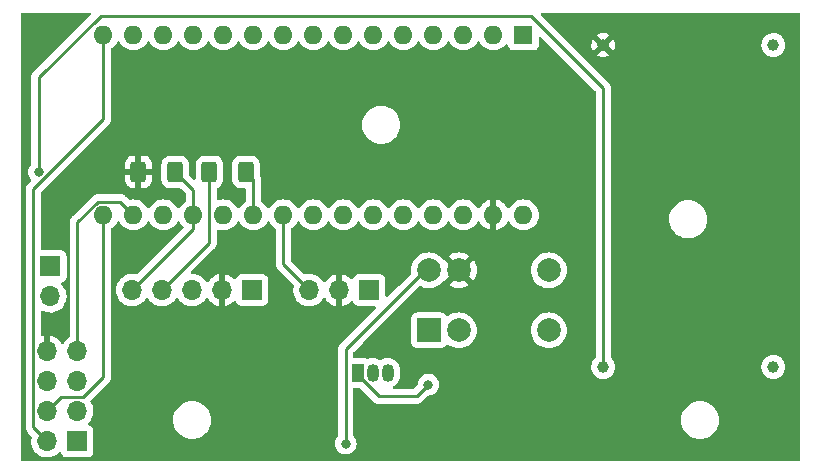
<source format=gbr>
%TF.GenerationSoftware,KiCad,Pcbnew,(6.0.6-0)*%
%TF.CreationDate,2022-07-04T00:11:51+08:00*%
%TF.ProjectId,__,4dc82e6b-6963-4616-945f-706362585858,rev?*%
%TF.SameCoordinates,Original*%
%TF.FileFunction,Copper,L2,Bot*%
%TF.FilePolarity,Positive*%
%FSLAX46Y46*%
G04 Gerber Fmt 4.6, Leading zero omitted, Abs format (unit mm)*
G04 Created by KiCad (PCBNEW (6.0.6-0)) date 2022-07-04 00:11:51*
%MOMM*%
%LPD*%
G01*
G04 APERTURE LIST*
G04 Aperture macros list*
%AMRoundRect*
0 Rectangle with rounded corners*
0 $1 Rounding radius*
0 $2 $3 $4 $5 $6 $7 $8 $9 X,Y pos of 4 corners*
0 Add a 4 corners polygon primitive as box body*
4,1,4,$2,$3,$4,$5,$6,$7,$8,$9,$2,$3,0*
0 Add four circle primitives for the rounded corners*
1,1,$1+$1,$2,$3*
1,1,$1+$1,$4,$5*
1,1,$1+$1,$6,$7*
1,1,$1+$1,$8,$9*
0 Add four rect primitives between the rounded corners*
20,1,$1+$1,$2,$3,$4,$5,0*
20,1,$1+$1,$4,$5,$6,$7,0*
20,1,$1+$1,$6,$7,$8,$9,0*
20,1,$1+$1,$8,$9,$2,$3,0*%
G04 Aperture macros list end*
%TA.AperFunction,ComponentPad*%
%ADD10R,2.000000X2.000000*%
%TD*%
%TA.AperFunction,ComponentPad*%
%ADD11C,2.000000*%
%TD*%
%TA.AperFunction,ComponentPad*%
%ADD12R,1.600000X1.600000*%
%TD*%
%TA.AperFunction,ComponentPad*%
%ADD13O,1.600000X1.600000*%
%TD*%
%TA.AperFunction,ComponentPad*%
%ADD14R,1.050000X1.500000*%
%TD*%
%TA.AperFunction,ComponentPad*%
%ADD15O,1.050000X1.500000*%
%TD*%
%TA.AperFunction,ComponentPad*%
%ADD16R,1.700000X1.700000*%
%TD*%
%TA.AperFunction,ComponentPad*%
%ADD17O,1.700000X1.700000*%
%TD*%
%TA.AperFunction,ComponentPad*%
%ADD18C,1.000000*%
%TD*%
%TA.AperFunction,SMDPad,CuDef*%
%ADD19RoundRect,0.250000X0.400000X0.625000X-0.400000X0.625000X-0.400000X-0.625000X0.400000X-0.625000X0*%
%TD*%
%TA.AperFunction,ViaPad*%
%ADD20C,0.800000*%
%TD*%
%TA.AperFunction,Conductor*%
%ADD21C,0.250000*%
%TD*%
G04 APERTURE END LIST*
D10*
%TO.P,K1,1*%
%TO.N,unconnected-(K1-Pad1)*%
X98042500Y-128407500D03*
D11*
%TO.P,K1,2*%
%TO.N,Net-(Arduino1-Pad20)*%
X100582500Y-128407500D03*
%TO.P,K1,5*%
%TO.N,Net-(K1-Pad5)*%
X108202500Y-128407500D03*
%TO.P,K1,6*%
X108202500Y-123327500D03*
%TO.P,K1,9*%
%TO.N,Earth*%
X100582500Y-123327500D03*
%TO.P,K1,10*%
%TO.N,Net-(J3-Pad1)*%
X98042500Y-123327500D03*
%TD*%
D12*
%TO.P,Arduino1,1,TX*%
%TO.N,unconnected-(Arduino1-Pad1)*%
X106050000Y-103390000D03*
D13*
%TO.P,Arduino1,2,RX*%
%TO.N,unconnected-(Arduino1-Pad2)*%
X103510000Y-103390000D03*
%TO.P,Arduino1,3,RST*%
%TO.N,unconnected-(Arduino1-Pad3)*%
X100970000Y-103390000D03*
%TO.P,Arduino1,4,GND*%
%TO.N,unconnected-(Arduino1-Pad4)*%
X98430000Y-103390000D03*
%TO.P,Arduino1,5,D2*%
%TO.N,unconnected-(Arduino1-Pad5)*%
X95890000Y-103390000D03*
%TO.P,Arduino1,6,D3*%
%TO.N,unconnected-(Arduino1-Pad6)*%
X93350000Y-103390000D03*
%TO.P,Arduino1,7,D4*%
%TO.N,unconnected-(Arduino1-Pad7)*%
X90810000Y-103390000D03*
%TO.P,Arduino1,8,D5*%
%TO.N,unconnected-(Arduino1-Pad8)*%
X88270000Y-103390000D03*
%TO.P,Arduino1,9,D6*%
%TO.N,unconnected-(Arduino1-Pad9)*%
X85730000Y-103390000D03*
%TO.P,Arduino1,10,D7*%
%TO.N,Net-(Arduino1-Pad10)*%
X83190000Y-103390000D03*
%TO.P,Arduino1,11,D8*%
%TO.N,Net-(Arduino1-Pad11)*%
X80650000Y-103390000D03*
%TO.P,Arduino1,12,D9*%
%TO.N,unconnected-(Arduino1-Pad12)*%
X78110000Y-103390000D03*
%TO.P,Arduino1,13,D10(~{SS})*%
%TO.N,unconnected-(Arduino1-Pad13)*%
X75570000Y-103390000D03*
%TO.P,Arduino1,14,D11(MOSI)*%
%TO.N,Net-(Arduino1-Pad14)*%
X73030000Y-103390000D03*
%TO.P,Arduino1,15,D12(MISO)*%
%TO.N,Net-(Arduino1-Pad15)*%
X70490000Y-103390000D03*
%TO.P,Arduino1,16,D13*%
%TO.N,Net-(Arduino1-Pad16)*%
X70490000Y-118630000D03*
%TO.P,Arduino1,17,3V3*%
%TO.N,Net-(Arduino1-Pad17)*%
X73030000Y-118630000D03*
%TO.P,Arduino1,18,REF*%
%TO.N,unconnected-(Arduino1-Pad18)*%
X75570000Y-118630000D03*
%TO.P,Arduino1,19,A0*%
%TO.N,Net-(Arduino1-Pad19)*%
X78110000Y-118630000D03*
%TO.P,Arduino1,20,A1*%
%TO.N,Net-(Arduino1-Pad20)*%
X80650000Y-118630000D03*
%TO.P,Arduino1,21,A2*%
%TO.N,Net-(Arduino1-Pad21)*%
X83190000Y-118630000D03*
%TO.P,Arduino1,22,A3*%
%TO.N,SIG*%
X85730000Y-118630000D03*
%TO.P,Arduino1,23,A4*%
%TO.N,unconnected-(Arduino1-Pad23)*%
X88270000Y-118630000D03*
%TO.P,Arduino1,24,A5*%
%TO.N,unconnected-(Arduino1-Pad24)*%
X90810000Y-118630000D03*
%TO.P,Arduino1,25,A6*%
%TO.N,unconnected-(Arduino1-Pad25)*%
X93350000Y-118630000D03*
%TO.P,Arduino1,26,A7*%
%TO.N,unconnected-(Arduino1-Pad26)*%
X95890000Y-118630000D03*
%TO.P,Arduino1,27,5V*%
%TO.N,Net-(Arduino1-Pad27)*%
X98430000Y-118630000D03*
%TO.P,Arduino1,28,RST*%
%TO.N,unconnected-(Arduino1-Pad28)*%
X100970000Y-118630000D03*
%TO.P,Arduino1,29,GND*%
%TO.N,Earth*%
X103510000Y-118630000D03*
%TO.P,Arduino1,30,VIN*%
%TO.N,VIN*%
X106050000Y-118630000D03*
%TD*%
D14*
%TO.P,Q1,1,E*%
%TO.N,Net-(H3-Pad1)*%
X92000000Y-132000000D03*
D15*
%TO.P,Q1,2,B*%
%TO.N,Net-(Q1-Pad2)*%
X93270000Y-132000000D03*
%TO.P,Q1,3,C*%
%TO.N,VIN*%
X94540000Y-132000000D03*
%TD*%
D16*
%TO.P,J2_CTRL,1,Pin_1*%
%TO.N,Net-(Arduino1-Pad27)*%
X83075000Y-125000000D03*
D17*
%TO.P,J2_CTRL,2,Pin_2*%
%TO.N,Earth*%
X80535000Y-125000000D03*
%TO.P,J2_CTRL,3,Pin_3*%
%TO.N,Net-(J2-Pad3)*%
X77995000Y-125000000D03*
%TO.P,J2_CTRL,4,Pin_4*%
%TO.N,Net-(J2-Pad4)*%
X75455000Y-125000000D03*
%TO.P,J2_CTRL,5,Pin_5*%
%TO.N,Net-(Arduino1-Pad19)*%
X72915000Y-125000000D03*
%TD*%
D18*
%TO.P,TR1,1,Vin(-)*%
%TO.N,Earth*%
X112800000Y-104250000D03*
%TO.P,TR1,2,Vin(+)*%
%TO.N,VIN*%
X127200000Y-104250000D03*
%TO.P,TR1,3,Out(-)*%
%TO.N,Net-(J3-Pad2)*%
X112800000Y-131500000D03*
%TO.P,TR1,4,Out(+)*%
%TO.N,Net-(K1-Pad5)*%
X127200000Y-131500000D03*
%TD*%
D16*
%TO.P,J1_PWR,1,Power*%
%TO.N,Net-(H3-Pad1)*%
X93000000Y-125000000D03*
D17*
%TO.P,J1_PWR,2,Ground*%
%TO.N,Earth*%
X90460000Y-125000000D03*
%TO.P,J1_PWR,3,Charging_Signal*%
%TO.N,SIG*%
X87920000Y-125000000D03*
%TD*%
D16*
%TO.P,J3_LIGHT,1,Pin_1*%
%TO.N,Net-(J3-Pad1)*%
X66000000Y-123000000D03*
D17*
%TO.P,J3_LIGHT,2,Pin_2*%
%TO.N,Net-(J3-Pad2)*%
X66000000Y-125540000D03*
%TD*%
D16*
%TO.P,J4_2.4G,1,EMPTY*%
%TO.N,unconnected-(J4-Pad1)*%
X68275000Y-137800000D03*
D17*
%TO.P,J4_2.4G,2,MISO*%
%TO.N,Net-(Arduino1-Pad15)*%
X65735000Y-137800000D03*
%TO.P,J4_2.4G,3,MOSI*%
%TO.N,Net-(Arduino1-Pad14)*%
X68275000Y-135260000D03*
%TO.P,J4_2.4G,4,SCLK*%
%TO.N,Net-(Arduino1-Pad16)*%
X65735000Y-135260000D03*
%TO.P,J4_2.4G,5,CSN*%
%TO.N,Net-(Arduino1-Pad11)*%
X68275000Y-132720000D03*
%TO.P,J4_2.4G,6,CE*%
%TO.N,Net-(Arduino1-Pad10)*%
X65735000Y-132720000D03*
%TO.P,J4_2.4G,7,VCC*%
%TO.N,Net-(Arduino1-Pad17)*%
X68275000Y-130180000D03*
%TO.P,J4_2.4G,8,GND*%
%TO.N,Earth*%
X65735000Y-130180000D03*
%TD*%
D19*
%TO.P,R2,1*%
%TO.N,Net-(Arduino1-Pad21)*%
X82550000Y-115000000D03*
%TO.P,R2,2*%
%TO.N,Net-(J2-Pad4)*%
X79450000Y-115000000D03*
%TD*%
%TO.P,R1,1*%
%TO.N,Net-(Arduino1-Pad19)*%
X76550000Y-115000000D03*
%TO.P,R1,2*%
%TO.N,Earth*%
X73450000Y-115000000D03*
%TD*%
D20*
%TO.N,Earth*%
X65000000Y-105000000D03*
X89000000Y-109000000D03*
X66000000Y-119000000D03*
X77000000Y-112000000D03*
X88000000Y-115000000D03*
X73000000Y-128000000D03*
X116000000Y-134000000D03*
X108000000Y-111000000D03*
X96000000Y-123000000D03*
X82000000Y-136000000D03*
X66000000Y-128000000D03*
X124000000Y-113000000D03*
X96000000Y-121000000D03*
X128000000Y-136000000D03*
X100000000Y-111000000D03*
X123000000Y-125000000D03*
%TO.N,Net-(J3-Pad2)*%
X65000000Y-115000000D03*
%TO.N,Net-(H3-Pad1)*%
X98000000Y-133000000D03*
%TO.N,Net-(J3-Pad1)*%
X91000000Y-138000000D03*
%TD*%
D21*
%TO.N,Net-(Arduino1-Pad15)*%
X64560000Y-116465305D02*
X70490000Y-110535305D01*
X65735000Y-137800000D02*
X64560000Y-136625000D01*
X70490000Y-110535305D02*
X70490000Y-103390000D01*
X64560000Y-136625000D02*
X64560000Y-116465305D01*
%TO.N,Net-(Arduino1-Pad16)*%
X70490000Y-118630000D02*
X70490000Y-132356701D01*
X66910000Y-134085000D02*
X65735000Y-135260000D01*
X70490000Y-132356701D02*
X68761701Y-134085000D01*
X68761701Y-134085000D02*
X66910000Y-134085000D01*
%TO.N,Net-(Arduino1-Pad17)*%
X71905000Y-117505000D02*
X73030000Y-118630000D01*
X68275000Y-130180000D02*
X68275000Y-119254009D01*
X70024009Y-117505000D02*
X71905000Y-117505000D01*
X68275000Y-119254009D02*
X70024009Y-117505000D01*
%TO.N,Net-(Arduino1-Pad19)*%
X78110000Y-119805000D02*
X78110000Y-118630000D01*
X76550000Y-115000000D02*
X78110000Y-116560000D01*
X78110000Y-116560000D02*
X78110000Y-118630000D01*
X72915000Y-125000000D02*
X78110000Y-119805000D01*
%TO.N,Net-(Arduino1-Pad21)*%
X82550000Y-115000000D02*
X83190000Y-115640000D01*
X83190000Y-115640000D02*
X83190000Y-118630000D01*
%TO.N,SIG*%
X85730000Y-118630000D02*
X85730000Y-122810000D01*
X85730000Y-122810000D02*
X87920000Y-125000000D01*
%TO.N,Net-(J2-Pad4)*%
X79450000Y-115000000D02*
X79450000Y-121005000D01*
X79450000Y-121005000D02*
X75455000Y-125000000D01*
%TO.N,Net-(J3-Pad2)*%
X65000000Y-107000000D02*
X65000000Y-111000000D01*
X65000000Y-111000000D02*
X65000000Y-115000000D01*
X112800000Y-131500000D02*
X112800000Y-107890000D01*
X106663557Y-101753557D02*
X70246443Y-101753557D01*
X112800000Y-107890000D02*
X106663557Y-101753557D01*
X70246443Y-101753557D02*
X65000000Y-107000000D01*
%TO.N,Net-(H3-Pad1)*%
X93775000Y-134000000D02*
X97000000Y-134000000D01*
X92000000Y-132225000D02*
X93775000Y-134000000D01*
X92000000Y-132000000D02*
X92000000Y-132225000D01*
X97000000Y-134000000D02*
X98000000Y-133000000D01*
%TO.N,Net-(J3-Pad1)*%
X91000000Y-138000000D02*
X91000000Y-130000000D01*
X91000000Y-130000000D02*
X97672500Y-123327500D01*
X97672500Y-123327500D02*
X98042500Y-123327500D01*
%TD*%
%TA.AperFunction,Conductor*%
%TO.N,Earth*%
G36*
X69359527Y-101528502D02*
G01*
X69406020Y-101582158D01*
X69416124Y-101652432D01*
X69386630Y-101717012D01*
X69380502Y-101723594D01*
X66924871Y-104179224D01*
X64607747Y-106496348D01*
X64599461Y-106503888D01*
X64592982Y-106508000D01*
X64587557Y-106513777D01*
X64546357Y-106557651D01*
X64543602Y-106560493D01*
X64523865Y-106580230D01*
X64521385Y-106583427D01*
X64513682Y-106592447D01*
X64483414Y-106624679D01*
X64479595Y-106631625D01*
X64479593Y-106631628D01*
X64473652Y-106642434D01*
X64462801Y-106658953D01*
X64450386Y-106674959D01*
X64447241Y-106682228D01*
X64447238Y-106682232D01*
X64432826Y-106715537D01*
X64427609Y-106726187D01*
X64406305Y-106764940D01*
X64404334Y-106772615D01*
X64404334Y-106772616D01*
X64401267Y-106784562D01*
X64394863Y-106803266D01*
X64386819Y-106821855D01*
X64385580Y-106829678D01*
X64385577Y-106829688D01*
X64379901Y-106865524D01*
X64377495Y-106877144D01*
X64366500Y-106919970D01*
X64366500Y-106940224D01*
X64364949Y-106959934D01*
X64361780Y-106979943D01*
X64362526Y-106987835D01*
X64365941Y-107023961D01*
X64366500Y-107035819D01*
X64366500Y-114297476D01*
X64346498Y-114365597D01*
X64334142Y-114381779D01*
X64260960Y-114463056D01*
X64165473Y-114628444D01*
X64106458Y-114810072D01*
X64086496Y-115000000D01*
X64106458Y-115189928D01*
X64165473Y-115371556D01*
X64260960Y-115536944D01*
X64338015Y-115622522D01*
X64368732Y-115686530D01*
X64359967Y-115756983D01*
X64333473Y-115795927D01*
X64167747Y-115961653D01*
X64159461Y-115969193D01*
X64152982Y-115973305D01*
X64147557Y-115979082D01*
X64106357Y-116022956D01*
X64103602Y-116025798D01*
X64083865Y-116045535D01*
X64081385Y-116048732D01*
X64073682Y-116057752D01*
X64043414Y-116089984D01*
X64039595Y-116096930D01*
X64039593Y-116096933D01*
X64033652Y-116107739D01*
X64022801Y-116124258D01*
X64010386Y-116140264D01*
X64007241Y-116147533D01*
X64007238Y-116147537D01*
X63992826Y-116180842D01*
X63987609Y-116191492D01*
X63966305Y-116230245D01*
X63964334Y-116237920D01*
X63964334Y-116237921D01*
X63961267Y-116249867D01*
X63954863Y-116268571D01*
X63946819Y-116287160D01*
X63945580Y-116294983D01*
X63945577Y-116294993D01*
X63939901Y-116330829D01*
X63937495Y-116342449D01*
X63929704Y-116372797D01*
X63926500Y-116385275D01*
X63926500Y-116405529D01*
X63924949Y-116425239D01*
X63921780Y-116445248D01*
X63922526Y-116453140D01*
X63925941Y-116489266D01*
X63926500Y-116501124D01*
X63926500Y-136546233D01*
X63925973Y-136557416D01*
X63924298Y-136564909D01*
X63924547Y-136572835D01*
X63924547Y-136572836D01*
X63926438Y-136632986D01*
X63926500Y-136636945D01*
X63926500Y-136664856D01*
X63926997Y-136668790D01*
X63926997Y-136668791D01*
X63927005Y-136668856D01*
X63927938Y-136680693D01*
X63929327Y-136724889D01*
X63931539Y-136732502D01*
X63934978Y-136744339D01*
X63938987Y-136763700D01*
X63941526Y-136783797D01*
X63944445Y-136791168D01*
X63944445Y-136791170D01*
X63957804Y-136824912D01*
X63961649Y-136836142D01*
X63973982Y-136878593D01*
X63978015Y-136885412D01*
X63978017Y-136885417D01*
X63984293Y-136896028D01*
X63992988Y-136913776D01*
X64000448Y-136932617D01*
X64005110Y-136939033D01*
X64005110Y-136939034D01*
X64026436Y-136968387D01*
X64032952Y-136978307D01*
X64055458Y-137016362D01*
X64069779Y-137030683D01*
X64082619Y-137045716D01*
X64094528Y-137062107D01*
X64100634Y-137067158D01*
X64128605Y-137090298D01*
X64137384Y-137098288D01*
X64384778Y-137345682D01*
X64418804Y-137407994D01*
X64417100Y-137468448D01*
X64395989Y-137544570D01*
X64395441Y-137549700D01*
X64395440Y-137549704D01*
X64389157Y-137608500D01*
X64372251Y-137766695D01*
X64385110Y-137989715D01*
X64386247Y-137994761D01*
X64386248Y-137994767D01*
X64388907Y-138006565D01*
X64434222Y-138207639D01*
X64518266Y-138414616D01*
X64634987Y-138605088D01*
X64781250Y-138773938D01*
X64953126Y-138916632D01*
X65146000Y-139029338D01*
X65354692Y-139109030D01*
X65359760Y-139110061D01*
X65359763Y-139110062D01*
X65467017Y-139131883D01*
X65573597Y-139153567D01*
X65578772Y-139153757D01*
X65578774Y-139153757D01*
X65791673Y-139161564D01*
X65791677Y-139161564D01*
X65796837Y-139161753D01*
X65801957Y-139161097D01*
X65801959Y-139161097D01*
X66013288Y-139134025D01*
X66013289Y-139134025D01*
X66018416Y-139133368D01*
X66023366Y-139131883D01*
X66227429Y-139070661D01*
X66227434Y-139070659D01*
X66232384Y-139069174D01*
X66432994Y-138970896D01*
X66614860Y-138841173D01*
X66723091Y-138733319D01*
X66785462Y-138699404D01*
X66856268Y-138704592D01*
X66913030Y-138747238D01*
X66930012Y-138778341D01*
X66952201Y-138837529D01*
X66974385Y-138896705D01*
X67061739Y-139013261D01*
X67178295Y-139100615D01*
X67314684Y-139151745D01*
X67376866Y-139158500D01*
X69173134Y-139158500D01*
X69235316Y-139151745D01*
X69371705Y-139100615D01*
X69488261Y-139013261D01*
X69575615Y-138896705D01*
X69626745Y-138760316D01*
X69633500Y-138698134D01*
X69633500Y-138000000D01*
X90086496Y-138000000D01*
X90106458Y-138189928D01*
X90165473Y-138371556D01*
X90260960Y-138536944D01*
X90388747Y-138678866D01*
X90410564Y-138694717D01*
X90524147Y-138777240D01*
X90543248Y-138791118D01*
X90549276Y-138793802D01*
X90549278Y-138793803D01*
X90711681Y-138866109D01*
X90717712Y-138868794D01*
X90809466Y-138888297D01*
X90898056Y-138907128D01*
X90898061Y-138907128D01*
X90904513Y-138908500D01*
X91095487Y-138908500D01*
X91101939Y-138907128D01*
X91101944Y-138907128D01*
X91190534Y-138888297D01*
X91282288Y-138868794D01*
X91288319Y-138866109D01*
X91450722Y-138793803D01*
X91450724Y-138793802D01*
X91456752Y-138791118D01*
X91475854Y-138777240D01*
X91589436Y-138694717D01*
X91611253Y-138678866D01*
X91739040Y-138536944D01*
X91834527Y-138371556D01*
X91893542Y-138189928D01*
X91913504Y-138000000D01*
X91893542Y-137810072D01*
X91834527Y-137628444D01*
X91739040Y-137463056D01*
X91665863Y-137381785D01*
X91635147Y-137317779D01*
X91633500Y-137297476D01*
X91633500Y-136000000D01*
X119386526Y-136000000D01*
X119406391Y-136252403D01*
X119407545Y-136257210D01*
X119407546Y-136257216D01*
X119418819Y-136304171D01*
X119465495Y-136498591D01*
X119467388Y-136503162D01*
X119467389Y-136503164D01*
X119559231Y-136724889D01*
X119562384Y-136732502D01*
X119694672Y-136948376D01*
X119859102Y-137140898D01*
X120051624Y-137305328D01*
X120267498Y-137437616D01*
X120272068Y-137439509D01*
X120272072Y-137439511D01*
X120496836Y-137532611D01*
X120501409Y-137534505D01*
X120564718Y-137549704D01*
X120742784Y-137592454D01*
X120742790Y-137592455D01*
X120747597Y-137593609D01*
X120847416Y-137601465D01*
X120934345Y-137608307D01*
X120934352Y-137608307D01*
X120936801Y-137608500D01*
X121063199Y-137608500D01*
X121065648Y-137608307D01*
X121065655Y-137608307D01*
X121152584Y-137601465D01*
X121252403Y-137593609D01*
X121257210Y-137592455D01*
X121257216Y-137592454D01*
X121435282Y-137549704D01*
X121498591Y-137534505D01*
X121503164Y-137532611D01*
X121727928Y-137439511D01*
X121727932Y-137439509D01*
X121732502Y-137437616D01*
X121948376Y-137305328D01*
X122140898Y-137140898D01*
X122305328Y-136948376D01*
X122437616Y-136732502D01*
X122440770Y-136724889D01*
X122532611Y-136503164D01*
X122532612Y-136503162D01*
X122534505Y-136498591D01*
X122581181Y-136304171D01*
X122592454Y-136257216D01*
X122592455Y-136257210D01*
X122593609Y-136252403D01*
X122613474Y-136000000D01*
X122593609Y-135747597D01*
X122534505Y-135501409D01*
X122437616Y-135267498D01*
X122305328Y-135051624D01*
X122140898Y-134859102D01*
X121948376Y-134694672D01*
X121732502Y-134562384D01*
X121727932Y-134560491D01*
X121727928Y-134560489D01*
X121503164Y-134467389D01*
X121503162Y-134467388D01*
X121498591Y-134465495D01*
X121413968Y-134445179D01*
X121257216Y-134407546D01*
X121257210Y-134407545D01*
X121252403Y-134406391D01*
X121152115Y-134398498D01*
X121065655Y-134391693D01*
X121065648Y-134391693D01*
X121063199Y-134391500D01*
X120936801Y-134391500D01*
X120934352Y-134391693D01*
X120934345Y-134391693D01*
X120847885Y-134398498D01*
X120747597Y-134406391D01*
X120742790Y-134407545D01*
X120742784Y-134407546D01*
X120586032Y-134445179D01*
X120501409Y-134465495D01*
X120496838Y-134467388D01*
X120496836Y-134467389D01*
X120272072Y-134560489D01*
X120272068Y-134560491D01*
X120267498Y-134562384D01*
X120051624Y-134694672D01*
X119859102Y-134859102D01*
X119694672Y-135051624D01*
X119562384Y-135267498D01*
X119465495Y-135501409D01*
X119406391Y-135747597D01*
X119386526Y-136000000D01*
X91633500Y-136000000D01*
X91633500Y-133384500D01*
X91653502Y-133316379D01*
X91707158Y-133269886D01*
X91759500Y-133258500D01*
X92085406Y-133258500D01*
X92153527Y-133278502D01*
X92174501Y-133295405D01*
X93271348Y-134392253D01*
X93278888Y-134400539D01*
X93283000Y-134407018D01*
X93288777Y-134412443D01*
X93332651Y-134453643D01*
X93335493Y-134456398D01*
X93355230Y-134476135D01*
X93358427Y-134478615D01*
X93367447Y-134486318D01*
X93399679Y-134516586D01*
X93406625Y-134520405D01*
X93406628Y-134520407D01*
X93417434Y-134526348D01*
X93433953Y-134537199D01*
X93449959Y-134549614D01*
X93457228Y-134552759D01*
X93457232Y-134552762D01*
X93490537Y-134567174D01*
X93501187Y-134572391D01*
X93539940Y-134593695D01*
X93547615Y-134595666D01*
X93547616Y-134595666D01*
X93559562Y-134598733D01*
X93578267Y-134605137D01*
X93596855Y-134613181D01*
X93604678Y-134614420D01*
X93604688Y-134614423D01*
X93640524Y-134620099D01*
X93652144Y-134622505D01*
X93683959Y-134630673D01*
X93694970Y-134633500D01*
X93715224Y-134633500D01*
X93734934Y-134635051D01*
X93754943Y-134638220D01*
X93762835Y-134637474D01*
X93781580Y-134635702D01*
X93798962Y-134634059D01*
X93810819Y-134633500D01*
X96921233Y-134633500D01*
X96932416Y-134634027D01*
X96939909Y-134635702D01*
X96947835Y-134635453D01*
X96947836Y-134635453D01*
X97007986Y-134633562D01*
X97011945Y-134633500D01*
X97039856Y-134633500D01*
X97043791Y-134633003D01*
X97043856Y-134632995D01*
X97055693Y-134632062D01*
X97087951Y-134631048D01*
X97091970Y-134630922D01*
X97099889Y-134630673D01*
X97119343Y-134625021D01*
X97138700Y-134621013D01*
X97150930Y-134619468D01*
X97150931Y-134619468D01*
X97158797Y-134618474D01*
X97166168Y-134615555D01*
X97166170Y-134615555D01*
X97199912Y-134602196D01*
X97211142Y-134598351D01*
X97245983Y-134588229D01*
X97245984Y-134588229D01*
X97253593Y-134586018D01*
X97260412Y-134581985D01*
X97260417Y-134581983D01*
X97271028Y-134575707D01*
X97288776Y-134567012D01*
X97307617Y-134559552D01*
X97343387Y-134533564D01*
X97353307Y-134527048D01*
X97384535Y-134508580D01*
X97384538Y-134508578D01*
X97391362Y-134504542D01*
X97405683Y-134490221D01*
X97420717Y-134477380D01*
X97430694Y-134470131D01*
X97437107Y-134465472D01*
X97465298Y-134431395D01*
X97473288Y-134422616D01*
X97950499Y-133945405D01*
X98012811Y-133911379D01*
X98039594Y-133908500D01*
X98095487Y-133908500D01*
X98101939Y-133907128D01*
X98101944Y-133907128D01*
X98188888Y-133888647D01*
X98282288Y-133868794D01*
X98288319Y-133866109D01*
X98450722Y-133793803D01*
X98450724Y-133793802D01*
X98456752Y-133791118D01*
X98611253Y-133678866D01*
X98739040Y-133536944D01*
X98834527Y-133371556D01*
X98893542Y-133189928D01*
X98913504Y-133000000D01*
X98893542Y-132810072D01*
X98834527Y-132628444D01*
X98817356Y-132598702D01*
X98767694Y-132512686D01*
X98739040Y-132463056D01*
X98722601Y-132444798D01*
X98615675Y-132326045D01*
X98615674Y-132326044D01*
X98611253Y-132321134D01*
X98512157Y-132249136D01*
X98462094Y-132212763D01*
X98462093Y-132212762D01*
X98456752Y-132208882D01*
X98450724Y-132206198D01*
X98450722Y-132206197D01*
X98288319Y-132133891D01*
X98288318Y-132133891D01*
X98282288Y-132131206D01*
X98183595Y-132110228D01*
X98101944Y-132092872D01*
X98101939Y-132092872D01*
X98095487Y-132091500D01*
X97904513Y-132091500D01*
X97898061Y-132092872D01*
X97898056Y-132092872D01*
X97816405Y-132110228D01*
X97717712Y-132131206D01*
X97711682Y-132133891D01*
X97711681Y-132133891D01*
X97549278Y-132206197D01*
X97549276Y-132206198D01*
X97543248Y-132208882D01*
X97537907Y-132212762D01*
X97537906Y-132212763D01*
X97487843Y-132249136D01*
X97388747Y-132321134D01*
X97384326Y-132326044D01*
X97384325Y-132326045D01*
X97277400Y-132444798D01*
X97260960Y-132463056D01*
X97232306Y-132512686D01*
X97182645Y-132598702D01*
X97165473Y-132628444D01*
X97106458Y-132810072D01*
X97105768Y-132816633D01*
X97105768Y-132816635D01*
X97089093Y-132975292D01*
X97062080Y-133040949D01*
X97052878Y-133051218D01*
X96774499Y-133329596D01*
X96712187Y-133363621D01*
X96685404Y-133366500D01*
X95100344Y-133366500D01*
X95032223Y-133346498D01*
X94985730Y-133292842D01*
X94975626Y-133222568D01*
X95005120Y-133157988D01*
X95041969Y-133128838D01*
X95060208Y-133119303D01*
X95108645Y-133093981D01*
X95266601Y-132966981D01*
X95396881Y-132811719D01*
X95399845Y-132806327D01*
X95399848Y-132806323D01*
X95491556Y-132639506D01*
X95494523Y-132634109D01*
X95555807Y-132440916D01*
X95556973Y-132430528D01*
X95568457Y-132328143D01*
X95573500Y-132283183D01*
X95573500Y-131723996D01*
X95558723Y-131573287D01*
X95500142Y-131379258D01*
X95404990Y-131200302D01*
X95276890Y-131043237D01*
X95272141Y-131039308D01*
X95125472Y-130917973D01*
X95125469Y-130917971D01*
X95120722Y-130914044D01*
X94942435Y-130817644D01*
X94795339Y-130772110D01*
X94754707Y-130759532D01*
X94754704Y-130759531D01*
X94748820Y-130757710D01*
X94742695Y-130757066D01*
X94742694Y-130757066D01*
X94553378Y-130737168D01*
X94553377Y-130737168D01*
X94547250Y-130736524D01*
X94463986Y-130744102D01*
X94351543Y-130754335D01*
X94351540Y-130754336D01*
X94345404Y-130754894D01*
X94339498Y-130756632D01*
X94339494Y-130756633D01*
X94239926Y-130785938D01*
X94150971Y-130812119D01*
X94145514Y-130814972D01*
X94145511Y-130814973D01*
X94069562Y-130854678D01*
X93971540Y-130905923D01*
X93971538Y-130905923D01*
X93971355Y-130906019D01*
X93971337Y-130905984D01*
X93905559Y-130925889D01*
X93844591Y-130910729D01*
X93835815Y-130905984D01*
X93672435Y-130817644D01*
X93525339Y-130772110D01*
X93484707Y-130759532D01*
X93484704Y-130759531D01*
X93478820Y-130757710D01*
X93472695Y-130757066D01*
X93472694Y-130757066D01*
X93283378Y-130737168D01*
X93283377Y-130737168D01*
X93277250Y-130736524D01*
X93193986Y-130744102D01*
X93081543Y-130754335D01*
X93081540Y-130754336D01*
X93075404Y-130754894D01*
X93069498Y-130756632D01*
X93069494Y-130756633D01*
X92886879Y-130810380D01*
X92886877Y-130810381D01*
X92885493Y-130810788D01*
X92880971Y-130812119D01*
X92880718Y-130811260D01*
X92815338Y-130817714D01*
X92778594Y-130804548D01*
X92771705Y-130799385D01*
X92763304Y-130796236D01*
X92763301Y-130796234D01*
X92651534Y-130754335D01*
X92635316Y-130748255D01*
X92573134Y-130741500D01*
X91759500Y-130741500D01*
X91691379Y-130721498D01*
X91644886Y-130667842D01*
X91633500Y-130615500D01*
X91633500Y-130314594D01*
X91653502Y-130246473D01*
X91670405Y-130225499D01*
X92440270Y-129455634D01*
X96534000Y-129455634D01*
X96540755Y-129517816D01*
X96591885Y-129654205D01*
X96679239Y-129770761D01*
X96795795Y-129858115D01*
X96932184Y-129909245D01*
X96994366Y-129916000D01*
X99090634Y-129916000D01*
X99152816Y-129909245D01*
X99289205Y-129858115D01*
X99405761Y-129770761D01*
X99493115Y-129654205D01*
X99493175Y-129654250D01*
X99540052Y-129607482D01*
X99609444Y-129592472D01*
X99675935Y-129617360D01*
X99682139Y-129622329D01*
X99689318Y-129628460D01*
X99689322Y-129628463D01*
X99693084Y-129631676D01*
X99697292Y-129634255D01*
X99697298Y-129634259D01*
X99847329Y-129726198D01*
X99895537Y-129755740D01*
X99900107Y-129757633D01*
X99900111Y-129757635D01*
X100074064Y-129829688D01*
X100114906Y-129846605D01*
X100162849Y-129858115D01*
X100340976Y-129900880D01*
X100340982Y-129900881D01*
X100345789Y-129902035D01*
X100582500Y-129920665D01*
X100819211Y-129902035D01*
X100824018Y-129900881D01*
X100824024Y-129900880D01*
X101002151Y-129858115D01*
X101050094Y-129846605D01*
X101090936Y-129829688D01*
X101264889Y-129757635D01*
X101264893Y-129757633D01*
X101269463Y-129755740D01*
X101317671Y-129726198D01*
X101467702Y-129634259D01*
X101467708Y-129634255D01*
X101471916Y-129631676D01*
X101652469Y-129477469D01*
X101806676Y-129296916D01*
X101809255Y-129292708D01*
X101809259Y-129292702D01*
X101928154Y-129098683D01*
X101930740Y-129094463D01*
X101950069Y-129047800D01*
X102019711Y-128879667D01*
X102019712Y-128879665D01*
X102021605Y-128875094D01*
X102045353Y-128776175D01*
X102075880Y-128649024D01*
X102075881Y-128649018D01*
X102077035Y-128644211D01*
X102095665Y-128407500D01*
X106689335Y-128407500D01*
X106707965Y-128644211D01*
X106709119Y-128649018D01*
X106709120Y-128649024D01*
X106739647Y-128776175D01*
X106763395Y-128875094D01*
X106765288Y-128879665D01*
X106765289Y-128879667D01*
X106834932Y-129047800D01*
X106854260Y-129094463D01*
X106856846Y-129098683D01*
X106975741Y-129292702D01*
X106975745Y-129292708D01*
X106978324Y-129296916D01*
X107132531Y-129477469D01*
X107313084Y-129631676D01*
X107317292Y-129634255D01*
X107317298Y-129634259D01*
X107467329Y-129726198D01*
X107515537Y-129755740D01*
X107520107Y-129757633D01*
X107520111Y-129757635D01*
X107694064Y-129829688D01*
X107734906Y-129846605D01*
X107782849Y-129858115D01*
X107960976Y-129900880D01*
X107960982Y-129900881D01*
X107965789Y-129902035D01*
X108202500Y-129920665D01*
X108439211Y-129902035D01*
X108444018Y-129900881D01*
X108444024Y-129900880D01*
X108622151Y-129858115D01*
X108670094Y-129846605D01*
X108710936Y-129829688D01*
X108884889Y-129757635D01*
X108884893Y-129757633D01*
X108889463Y-129755740D01*
X108937671Y-129726198D01*
X109087702Y-129634259D01*
X109087708Y-129634255D01*
X109091916Y-129631676D01*
X109272469Y-129477469D01*
X109426676Y-129296916D01*
X109429255Y-129292708D01*
X109429259Y-129292702D01*
X109548154Y-129098683D01*
X109550740Y-129094463D01*
X109570069Y-129047800D01*
X109639711Y-128879667D01*
X109639712Y-128879665D01*
X109641605Y-128875094D01*
X109665353Y-128776175D01*
X109695880Y-128649024D01*
X109695881Y-128649018D01*
X109697035Y-128644211D01*
X109715665Y-128407500D01*
X109697035Y-128170789D01*
X109641605Y-127939906D01*
X109550740Y-127720537D01*
X109548154Y-127716317D01*
X109429259Y-127522298D01*
X109429255Y-127522292D01*
X109426676Y-127518084D01*
X109272469Y-127337531D01*
X109091916Y-127183324D01*
X109087708Y-127180745D01*
X109087702Y-127180741D01*
X108893683Y-127061846D01*
X108889463Y-127059260D01*
X108884893Y-127057367D01*
X108884889Y-127057365D01*
X108674667Y-126970289D01*
X108674665Y-126970288D01*
X108670094Y-126968395D01*
X108589891Y-126949140D01*
X108444024Y-126914120D01*
X108444018Y-126914119D01*
X108439211Y-126912965D01*
X108202500Y-126894335D01*
X107965789Y-126912965D01*
X107960982Y-126914119D01*
X107960976Y-126914120D01*
X107815109Y-126949140D01*
X107734906Y-126968395D01*
X107730335Y-126970288D01*
X107730333Y-126970289D01*
X107520111Y-127057365D01*
X107520107Y-127057367D01*
X107515537Y-127059260D01*
X107511317Y-127061846D01*
X107317298Y-127180741D01*
X107317292Y-127180745D01*
X107313084Y-127183324D01*
X107132531Y-127337531D01*
X106978324Y-127518084D01*
X106975745Y-127522292D01*
X106975741Y-127522298D01*
X106856846Y-127716317D01*
X106854260Y-127720537D01*
X106763395Y-127939906D01*
X106707965Y-128170789D01*
X106689335Y-128407500D01*
X102095665Y-128407500D01*
X102077035Y-128170789D01*
X102021605Y-127939906D01*
X101930740Y-127720537D01*
X101928154Y-127716317D01*
X101809259Y-127522298D01*
X101809255Y-127522292D01*
X101806676Y-127518084D01*
X101652469Y-127337531D01*
X101471916Y-127183324D01*
X101467708Y-127180745D01*
X101467702Y-127180741D01*
X101273683Y-127061846D01*
X101269463Y-127059260D01*
X101264893Y-127057367D01*
X101264889Y-127057365D01*
X101054667Y-126970289D01*
X101054665Y-126970288D01*
X101050094Y-126968395D01*
X100969891Y-126949140D01*
X100824024Y-126914120D01*
X100824018Y-126914119D01*
X100819211Y-126912965D01*
X100582500Y-126894335D01*
X100345789Y-126912965D01*
X100340982Y-126914119D01*
X100340976Y-126914120D01*
X100195109Y-126949140D01*
X100114906Y-126968395D01*
X100110335Y-126970288D01*
X100110333Y-126970289D01*
X99900111Y-127057365D01*
X99900107Y-127057367D01*
X99895537Y-127059260D01*
X99891317Y-127061846D01*
X99697298Y-127180741D01*
X99697292Y-127180745D01*
X99693084Y-127183324D01*
X99689322Y-127186537D01*
X99689318Y-127186540D01*
X99682139Y-127192671D01*
X99617349Y-127221702D01*
X99547149Y-127211097D01*
X99494681Y-127164973D01*
X99493115Y-127160795D01*
X99405761Y-127044239D01*
X99289205Y-126956885D01*
X99152816Y-126905755D01*
X99090634Y-126899000D01*
X96994366Y-126899000D01*
X96932184Y-126905755D01*
X96795795Y-126956885D01*
X96679239Y-127044239D01*
X96591885Y-127160795D01*
X96540755Y-127297184D01*
X96534000Y-127359366D01*
X96534000Y-129455634D01*
X92440270Y-129455634D01*
X97201415Y-124694490D01*
X97263727Y-124660464D01*
X97334542Y-124665529D01*
X97347710Y-124671317D01*
X97351324Y-124673158D01*
X97355537Y-124675740D01*
X97360105Y-124677632D01*
X97569182Y-124764234D01*
X97574906Y-124766605D01*
X97655109Y-124785860D01*
X97800976Y-124820880D01*
X97800982Y-124820881D01*
X97805789Y-124822035D01*
X98042500Y-124840665D01*
X98279211Y-124822035D01*
X98284018Y-124820881D01*
X98284024Y-124820880D01*
X98429891Y-124785860D01*
X98510094Y-124766605D01*
X98514667Y-124764711D01*
X98724889Y-124677635D01*
X98724895Y-124677632D01*
X98729463Y-124675740D01*
X98754391Y-124660464D01*
X98918056Y-124560170D01*
X99714660Y-124560170D01*
X99720387Y-124567820D01*
X99891542Y-124672705D01*
X99900337Y-124677187D01*
X100110488Y-124764234D01*
X100119873Y-124767283D01*
X100341054Y-124820385D01*
X100350801Y-124821928D01*
X100577570Y-124839775D01*
X100587430Y-124839775D01*
X100814199Y-124821928D01*
X100823946Y-124820385D01*
X101045127Y-124767283D01*
X101054512Y-124764234D01*
X101264663Y-124677187D01*
X101273458Y-124672705D01*
X101440945Y-124570068D01*
X101450407Y-124559610D01*
X101446624Y-124550834D01*
X100595312Y-123699522D01*
X100581368Y-123691908D01*
X100579535Y-123692039D01*
X100572920Y-123696290D01*
X99721420Y-124547790D01*
X99714660Y-124560170D01*
X98918056Y-124560170D01*
X98927702Y-124554259D01*
X98927708Y-124554255D01*
X98931916Y-124551676D01*
X99112469Y-124397469D01*
X99115677Y-124393713D01*
X99115682Y-124393708D01*
X99246206Y-124240884D01*
X99305656Y-124202074D01*
X99340058Y-124199860D01*
X99359167Y-124191623D01*
X100210478Y-123340312D01*
X100216856Y-123328632D01*
X100946908Y-123328632D01*
X100947039Y-123330465D01*
X100951290Y-123337080D01*
X101802790Y-124188580D01*
X101815170Y-124195340D01*
X101822820Y-124189613D01*
X101927705Y-124018458D01*
X101932187Y-124009663D01*
X102019234Y-123799512D01*
X102022283Y-123790127D01*
X102075385Y-123568946D01*
X102076928Y-123559199D01*
X102094775Y-123332430D01*
X102094775Y-123327500D01*
X106689335Y-123327500D01*
X106707965Y-123564211D01*
X106709119Y-123569018D01*
X106709120Y-123569024D01*
X106736791Y-123684280D01*
X106763395Y-123795094D01*
X106765288Y-123799665D01*
X106765289Y-123799667D01*
X106852272Y-124009663D01*
X106854260Y-124014463D01*
X106856846Y-124018683D01*
X106975741Y-124212702D01*
X106975745Y-124212708D01*
X106978324Y-124216916D01*
X107132531Y-124397469D01*
X107313084Y-124551676D01*
X107317292Y-124554255D01*
X107317298Y-124554259D01*
X107490609Y-124660464D01*
X107515537Y-124675740D01*
X107520105Y-124677632D01*
X107520111Y-124677635D01*
X107730333Y-124764711D01*
X107734906Y-124766605D01*
X107815109Y-124785860D01*
X107960976Y-124820880D01*
X107960982Y-124820881D01*
X107965789Y-124822035D01*
X108202500Y-124840665D01*
X108439211Y-124822035D01*
X108444018Y-124820881D01*
X108444024Y-124820880D01*
X108589891Y-124785860D01*
X108670094Y-124766605D01*
X108674667Y-124764711D01*
X108884889Y-124677635D01*
X108884895Y-124677632D01*
X108889463Y-124675740D01*
X108914391Y-124660464D01*
X109087702Y-124554259D01*
X109087708Y-124554255D01*
X109091916Y-124551676D01*
X109272469Y-124397469D01*
X109426676Y-124216916D01*
X109429255Y-124212708D01*
X109429259Y-124212702D01*
X109548154Y-124018683D01*
X109550740Y-124014463D01*
X109552729Y-124009663D01*
X109639711Y-123799667D01*
X109639712Y-123799665D01*
X109641605Y-123795094D01*
X109668209Y-123684280D01*
X109695880Y-123569024D01*
X109695881Y-123569018D01*
X109697035Y-123564211D01*
X109715665Y-123327500D01*
X109697035Y-123090789D01*
X109692145Y-123070417D01*
X109642760Y-122864718D01*
X109641605Y-122859906D01*
X109625058Y-122819958D01*
X109552635Y-122645111D01*
X109552633Y-122645107D01*
X109550740Y-122640537D01*
X109548154Y-122636317D01*
X109429259Y-122442298D01*
X109429255Y-122442292D01*
X109426676Y-122438084D01*
X109272469Y-122257531D01*
X109091916Y-122103324D01*
X109087708Y-122100745D01*
X109087702Y-122100741D01*
X108893683Y-121981846D01*
X108889463Y-121979260D01*
X108884893Y-121977367D01*
X108884889Y-121977365D01*
X108674667Y-121890289D01*
X108674665Y-121890288D01*
X108670094Y-121888395D01*
X108589891Y-121869140D01*
X108444024Y-121834120D01*
X108444018Y-121834119D01*
X108439211Y-121832965D01*
X108202500Y-121814335D01*
X107965789Y-121832965D01*
X107960982Y-121834119D01*
X107960976Y-121834120D01*
X107815109Y-121869140D01*
X107734906Y-121888395D01*
X107730335Y-121890288D01*
X107730333Y-121890289D01*
X107520111Y-121977365D01*
X107520107Y-121977367D01*
X107515537Y-121979260D01*
X107511317Y-121981846D01*
X107317298Y-122100741D01*
X107317292Y-122100745D01*
X107313084Y-122103324D01*
X107132531Y-122257531D01*
X106978324Y-122438084D01*
X106975745Y-122442292D01*
X106975741Y-122442298D01*
X106856846Y-122636317D01*
X106854260Y-122640537D01*
X106852367Y-122645107D01*
X106852365Y-122645111D01*
X106779942Y-122819958D01*
X106763395Y-122859906D01*
X106762240Y-122864718D01*
X106712856Y-123070417D01*
X106707965Y-123090789D01*
X106689335Y-123327500D01*
X102094775Y-123327500D01*
X102094775Y-123322570D01*
X102076928Y-123095801D01*
X102075385Y-123086054D01*
X102022283Y-122864873D01*
X102019234Y-122855488D01*
X101932187Y-122645337D01*
X101927705Y-122636542D01*
X101825068Y-122469055D01*
X101814610Y-122459593D01*
X101805834Y-122463376D01*
X100954522Y-123314688D01*
X100946908Y-123328632D01*
X100216856Y-123328632D01*
X100218092Y-123326368D01*
X100217961Y-123324535D01*
X100213710Y-123317920D01*
X99362210Y-122466420D01*
X99345398Y-122457240D01*
X99282150Y-122443480D01*
X99246725Y-122414724D01*
X99115677Y-122261287D01*
X99112469Y-122257531D01*
X98931916Y-122103324D01*
X98927708Y-122100745D01*
X98927702Y-122100741D01*
X98918970Y-122095390D01*
X99714593Y-122095390D01*
X99718376Y-122104166D01*
X100569688Y-122955478D01*
X100583632Y-122963092D01*
X100585465Y-122962961D01*
X100592080Y-122958710D01*
X101443580Y-122107210D01*
X101450340Y-122094830D01*
X101444613Y-122087180D01*
X101273458Y-121982295D01*
X101264663Y-121977813D01*
X101054512Y-121890766D01*
X101045127Y-121887717D01*
X100823946Y-121834615D01*
X100814199Y-121833072D01*
X100587430Y-121815225D01*
X100577570Y-121815225D01*
X100350801Y-121833072D01*
X100341054Y-121834615D01*
X100119873Y-121887717D01*
X100110488Y-121890766D01*
X99900337Y-121977813D01*
X99891542Y-121982295D01*
X99724055Y-122084932D01*
X99714593Y-122095390D01*
X98918970Y-122095390D01*
X98733683Y-121981846D01*
X98729463Y-121979260D01*
X98724893Y-121977367D01*
X98724889Y-121977365D01*
X98514667Y-121890289D01*
X98514665Y-121890288D01*
X98510094Y-121888395D01*
X98429891Y-121869140D01*
X98284024Y-121834120D01*
X98284018Y-121834119D01*
X98279211Y-121832965D01*
X98042500Y-121814335D01*
X97805789Y-121832965D01*
X97800982Y-121834119D01*
X97800976Y-121834120D01*
X97655109Y-121869140D01*
X97574906Y-121888395D01*
X97570335Y-121890288D01*
X97570333Y-121890289D01*
X97360111Y-121977365D01*
X97360107Y-121977367D01*
X97355537Y-121979260D01*
X97351317Y-121981846D01*
X97157298Y-122100741D01*
X97157292Y-122100745D01*
X97153084Y-122103324D01*
X96972531Y-122257531D01*
X96818324Y-122438084D01*
X96815745Y-122442292D01*
X96815741Y-122442298D01*
X96696846Y-122636317D01*
X96694260Y-122640537D01*
X96692367Y-122645107D01*
X96692365Y-122645111D01*
X96619942Y-122819958D01*
X96603395Y-122859906D01*
X96602240Y-122864718D01*
X96552856Y-123070417D01*
X96547965Y-123090789D01*
X96529335Y-123327500D01*
X96542604Y-123496091D01*
X96542818Y-123498813D01*
X96528222Y-123568293D01*
X96506301Y-123597794D01*
X95479792Y-124624304D01*
X94573595Y-125530501D01*
X94511283Y-125564526D01*
X94440468Y-125559462D01*
X94383632Y-125516915D01*
X94358821Y-125450395D01*
X94358500Y-125441406D01*
X94358500Y-124101866D01*
X94351745Y-124039684D01*
X94300615Y-123903295D01*
X94213261Y-123786739D01*
X94096705Y-123699385D01*
X93960316Y-123648255D01*
X93898134Y-123641500D01*
X92101866Y-123641500D01*
X92039684Y-123648255D01*
X91903295Y-123699385D01*
X91786739Y-123786739D01*
X91699385Y-123903295D01*
X91696233Y-123911703D01*
X91696232Y-123911705D01*
X91654722Y-124022433D01*
X91612081Y-124079198D01*
X91545519Y-124103898D01*
X91476170Y-124088691D01*
X91443546Y-124063004D01*
X91392799Y-124007234D01*
X91385273Y-124000215D01*
X91218139Y-123868222D01*
X91209552Y-123862517D01*
X91023117Y-123759599D01*
X91013705Y-123755369D01*
X90812959Y-123684280D01*
X90802988Y-123681646D01*
X90731837Y-123668972D01*
X90718540Y-123670432D01*
X90714000Y-123684989D01*
X90714000Y-126318517D01*
X90718064Y-126332359D01*
X90731478Y-126334393D01*
X90738184Y-126333534D01*
X90748262Y-126331392D01*
X90952255Y-126270191D01*
X90961842Y-126266433D01*
X91153095Y-126172739D01*
X91161945Y-126167464D01*
X91335328Y-126043792D01*
X91343193Y-126037145D01*
X91447897Y-125932805D01*
X91510268Y-125898889D01*
X91581075Y-125904077D01*
X91637837Y-125946723D01*
X91654819Y-125977826D01*
X91699385Y-126096705D01*
X91786739Y-126213261D01*
X91903295Y-126300615D01*
X92039684Y-126351745D01*
X92101866Y-126358500D01*
X93441405Y-126358500D01*
X93509526Y-126378502D01*
X93556019Y-126432158D01*
X93566123Y-126502432D01*
X93536629Y-126567012D01*
X93530500Y-126573595D01*
X90607747Y-129496348D01*
X90599461Y-129503888D01*
X90592982Y-129508000D01*
X90587557Y-129513777D01*
X90546357Y-129557651D01*
X90543602Y-129560493D01*
X90523865Y-129580230D01*
X90521385Y-129583427D01*
X90513682Y-129592447D01*
X90483414Y-129624679D01*
X90479595Y-129631625D01*
X90479593Y-129631628D01*
X90473652Y-129642434D01*
X90462801Y-129658953D01*
X90450386Y-129674959D01*
X90447241Y-129682228D01*
X90447238Y-129682232D01*
X90432826Y-129715537D01*
X90427609Y-129726187D01*
X90406305Y-129764940D01*
X90404334Y-129772615D01*
X90404334Y-129772616D01*
X90401267Y-129784562D01*
X90394863Y-129803266D01*
X90386819Y-129821855D01*
X90385580Y-129829678D01*
X90385577Y-129829688D01*
X90379901Y-129865524D01*
X90377495Y-129877144D01*
X90366500Y-129919970D01*
X90366500Y-129940224D01*
X90364949Y-129959934D01*
X90361780Y-129979943D01*
X90362526Y-129987835D01*
X90365941Y-130023961D01*
X90366500Y-130035819D01*
X90366500Y-137297476D01*
X90346498Y-137365597D01*
X90334142Y-137381779D01*
X90260960Y-137463056D01*
X90165473Y-137628444D01*
X90106458Y-137810072D01*
X90086496Y-138000000D01*
X69633500Y-138000000D01*
X69633500Y-136901866D01*
X69626745Y-136839684D01*
X69575615Y-136703295D01*
X69488261Y-136586739D01*
X69371705Y-136499385D01*
X69356751Y-136493779D01*
X69253203Y-136454960D01*
X69196439Y-136412318D01*
X69171739Y-136345756D01*
X69186947Y-136276408D01*
X69208493Y-136247727D01*
X69309435Y-136147137D01*
X69313096Y-136143489D01*
X69416203Y-136000000D01*
X76386526Y-136000000D01*
X76406391Y-136252403D01*
X76407545Y-136257210D01*
X76407546Y-136257216D01*
X76418819Y-136304171D01*
X76465495Y-136498591D01*
X76467388Y-136503162D01*
X76467389Y-136503164D01*
X76559231Y-136724889D01*
X76562384Y-136732502D01*
X76694672Y-136948376D01*
X76859102Y-137140898D01*
X77051624Y-137305328D01*
X77267498Y-137437616D01*
X77272068Y-137439509D01*
X77272072Y-137439511D01*
X77496836Y-137532611D01*
X77501409Y-137534505D01*
X77564718Y-137549704D01*
X77742784Y-137592454D01*
X77742790Y-137592455D01*
X77747597Y-137593609D01*
X77847416Y-137601465D01*
X77934345Y-137608307D01*
X77934352Y-137608307D01*
X77936801Y-137608500D01*
X78063199Y-137608500D01*
X78065648Y-137608307D01*
X78065655Y-137608307D01*
X78152584Y-137601465D01*
X78252403Y-137593609D01*
X78257210Y-137592455D01*
X78257216Y-137592454D01*
X78435282Y-137549704D01*
X78498591Y-137534505D01*
X78503164Y-137532611D01*
X78727928Y-137439511D01*
X78727932Y-137439509D01*
X78732502Y-137437616D01*
X78948376Y-137305328D01*
X79140898Y-137140898D01*
X79305328Y-136948376D01*
X79437616Y-136732502D01*
X79440770Y-136724889D01*
X79532611Y-136503164D01*
X79532612Y-136503162D01*
X79534505Y-136498591D01*
X79581181Y-136304171D01*
X79592454Y-136257216D01*
X79592455Y-136257210D01*
X79593609Y-136252403D01*
X79613474Y-136000000D01*
X79593609Y-135747597D01*
X79534505Y-135501409D01*
X79437616Y-135267498D01*
X79305328Y-135051624D01*
X79140898Y-134859102D01*
X78948376Y-134694672D01*
X78732502Y-134562384D01*
X78727932Y-134560491D01*
X78727928Y-134560489D01*
X78503164Y-134467389D01*
X78503162Y-134467388D01*
X78498591Y-134465495D01*
X78413968Y-134445179D01*
X78257216Y-134407546D01*
X78257210Y-134407545D01*
X78252403Y-134406391D01*
X78152115Y-134398498D01*
X78065655Y-134391693D01*
X78065648Y-134391693D01*
X78063199Y-134391500D01*
X77936801Y-134391500D01*
X77934352Y-134391693D01*
X77934345Y-134391693D01*
X77847885Y-134398498D01*
X77747597Y-134406391D01*
X77742790Y-134407545D01*
X77742784Y-134407546D01*
X77586032Y-134445179D01*
X77501409Y-134465495D01*
X77496838Y-134467388D01*
X77496836Y-134467389D01*
X77272072Y-134560489D01*
X77272068Y-134560491D01*
X77267498Y-134562384D01*
X77051624Y-134694672D01*
X76859102Y-134859102D01*
X76694672Y-135051624D01*
X76562384Y-135267498D01*
X76465495Y-135501409D01*
X76406391Y-135747597D01*
X76386526Y-136000000D01*
X69416203Y-136000000D01*
X69443453Y-135962077D01*
X69464320Y-135919857D01*
X69540136Y-135766453D01*
X69540137Y-135766451D01*
X69542430Y-135761811D01*
X69607370Y-135548069D01*
X69636529Y-135326590D01*
X69638156Y-135260000D01*
X69619852Y-135037361D01*
X69565431Y-134820702D01*
X69476354Y-134615840D01*
X69435547Y-134552762D01*
X69394355Y-134489088D01*
X69374148Y-134421027D01*
X69393944Y-134352847D01*
X69411052Y-134331553D01*
X70882253Y-132860353D01*
X70890539Y-132852813D01*
X70897018Y-132848701D01*
X70943644Y-132799049D01*
X70946398Y-132796208D01*
X70966135Y-132776471D01*
X70968615Y-132773274D01*
X70976320Y-132764252D01*
X71001159Y-132737801D01*
X71006586Y-132732022D01*
X71010405Y-132725076D01*
X71010407Y-132725073D01*
X71016348Y-132714267D01*
X71027199Y-132697748D01*
X71034758Y-132688002D01*
X71039614Y-132681742D01*
X71042759Y-132674473D01*
X71042762Y-132674469D01*
X71057174Y-132641164D01*
X71062391Y-132630514D01*
X71083695Y-132591761D01*
X71088733Y-132572138D01*
X71095137Y-132553435D01*
X71100033Y-132542121D01*
X71100033Y-132542120D01*
X71103181Y-132534846D01*
X71104420Y-132527023D01*
X71104423Y-132527013D01*
X71110099Y-132491177D01*
X71112505Y-132479557D01*
X71121528Y-132444412D01*
X71121528Y-132444411D01*
X71123500Y-132436731D01*
X71123500Y-132416477D01*
X71125051Y-132396766D01*
X71126980Y-132384587D01*
X71128220Y-132376758D01*
X71124059Y-132332739D01*
X71123500Y-132320882D01*
X71123500Y-119849394D01*
X71143502Y-119781273D01*
X71177229Y-119746181D01*
X71329789Y-119639357D01*
X71329792Y-119639355D01*
X71334300Y-119636198D01*
X71496198Y-119474300D01*
X71627523Y-119286749D01*
X71629846Y-119281767D01*
X71629849Y-119281762D01*
X71645805Y-119247543D01*
X71692722Y-119194258D01*
X71760999Y-119174797D01*
X71828959Y-119195339D01*
X71874195Y-119247543D01*
X71890151Y-119281762D01*
X71890154Y-119281767D01*
X71892477Y-119286749D01*
X72023802Y-119474300D01*
X72185700Y-119636198D01*
X72190208Y-119639355D01*
X72190211Y-119639357D01*
X72231138Y-119668014D01*
X72373251Y-119767523D01*
X72378233Y-119769846D01*
X72378238Y-119769849D01*
X72548825Y-119849394D01*
X72580757Y-119864284D01*
X72586065Y-119865706D01*
X72586067Y-119865707D01*
X72796598Y-119922119D01*
X72796600Y-119922119D01*
X72801913Y-119923543D01*
X73030000Y-119943498D01*
X73258087Y-119923543D01*
X73263400Y-119922119D01*
X73263402Y-119922119D01*
X73473933Y-119865707D01*
X73473935Y-119865706D01*
X73479243Y-119864284D01*
X73511175Y-119849394D01*
X73681762Y-119769849D01*
X73681767Y-119769846D01*
X73686749Y-119767523D01*
X73828862Y-119668014D01*
X73869789Y-119639357D01*
X73869792Y-119639355D01*
X73874300Y-119636198D01*
X74036198Y-119474300D01*
X74167523Y-119286749D01*
X74169846Y-119281767D01*
X74169849Y-119281762D01*
X74185805Y-119247543D01*
X74232722Y-119194258D01*
X74300999Y-119174797D01*
X74368959Y-119195339D01*
X74414195Y-119247543D01*
X74430151Y-119281762D01*
X74430154Y-119281767D01*
X74432477Y-119286749D01*
X74563802Y-119474300D01*
X74725700Y-119636198D01*
X74730208Y-119639355D01*
X74730211Y-119639357D01*
X74771138Y-119668014D01*
X74913251Y-119767523D01*
X74918233Y-119769846D01*
X74918238Y-119769849D01*
X75088825Y-119849394D01*
X75120757Y-119864284D01*
X75126065Y-119865706D01*
X75126067Y-119865707D01*
X75336598Y-119922119D01*
X75336600Y-119922119D01*
X75341913Y-119923543D01*
X75570000Y-119943498D01*
X75798087Y-119923543D01*
X75803400Y-119922119D01*
X75803402Y-119922119D01*
X76013933Y-119865707D01*
X76013935Y-119865706D01*
X76019243Y-119864284D01*
X76051175Y-119849394D01*
X76221762Y-119769849D01*
X76221767Y-119769846D01*
X76226749Y-119767523D01*
X76368862Y-119668014D01*
X76409789Y-119639357D01*
X76409792Y-119639355D01*
X76414300Y-119636198D01*
X76576198Y-119474300D01*
X76707523Y-119286749D01*
X76709846Y-119281767D01*
X76709849Y-119281762D01*
X76725805Y-119247543D01*
X76772722Y-119194258D01*
X76840999Y-119174797D01*
X76908959Y-119195339D01*
X76954195Y-119247543D01*
X76970151Y-119281762D01*
X76970154Y-119281767D01*
X76972477Y-119286749D01*
X77103802Y-119474300D01*
X77235204Y-119605702D01*
X77269230Y-119668014D01*
X77264165Y-119738829D01*
X77235206Y-119783889D01*
X73372345Y-123646750D01*
X73310033Y-123680776D01*
X73261154Y-123681702D01*
X73048373Y-123643800D01*
X73048367Y-123643799D01*
X73043284Y-123642894D01*
X72969452Y-123641992D01*
X72825081Y-123640228D01*
X72825079Y-123640228D01*
X72819911Y-123640165D01*
X72599091Y-123673955D01*
X72386756Y-123743357D01*
X72188607Y-123846507D01*
X72184474Y-123849610D01*
X72184471Y-123849612D01*
X72014100Y-123977530D01*
X72009965Y-123980635D01*
X71855629Y-124142138D01*
X71852715Y-124146410D01*
X71852714Y-124146411D01*
X71802055Y-124220675D01*
X71729743Y-124326680D01*
X71635688Y-124529305D01*
X71575989Y-124744570D01*
X71552251Y-124966695D01*
X71565110Y-125189715D01*
X71566247Y-125194761D01*
X71566248Y-125194767D01*
X71587275Y-125288069D01*
X71614222Y-125407639D01*
X71698266Y-125614616D01*
X71749942Y-125698944D01*
X71812291Y-125800688D01*
X71814987Y-125805088D01*
X71961250Y-125973938D01*
X72133126Y-126116632D01*
X72326000Y-126229338D01*
X72330825Y-126231180D01*
X72330826Y-126231181D01*
X72359360Y-126242077D01*
X72534692Y-126309030D01*
X72539760Y-126310061D01*
X72539763Y-126310062D01*
X72634862Y-126329410D01*
X72753597Y-126353567D01*
X72758772Y-126353757D01*
X72758774Y-126353757D01*
X72971673Y-126361564D01*
X72971677Y-126361564D01*
X72976837Y-126361753D01*
X72981957Y-126361097D01*
X72981959Y-126361097D01*
X73193288Y-126334025D01*
X73193289Y-126334025D01*
X73198416Y-126333368D01*
X73203366Y-126331883D01*
X73407429Y-126270661D01*
X73407434Y-126270659D01*
X73412384Y-126269174D01*
X73612994Y-126170896D01*
X73794860Y-126041173D01*
X73953096Y-125883489D01*
X74012594Y-125800689D01*
X74083453Y-125702077D01*
X74084776Y-125703028D01*
X74131645Y-125659857D01*
X74201580Y-125647625D01*
X74267026Y-125675144D01*
X74294875Y-125706994D01*
X74354987Y-125805088D01*
X74501250Y-125973938D01*
X74673126Y-126116632D01*
X74866000Y-126229338D01*
X74870825Y-126231180D01*
X74870826Y-126231181D01*
X74899360Y-126242077D01*
X75074692Y-126309030D01*
X75079760Y-126310061D01*
X75079763Y-126310062D01*
X75174862Y-126329410D01*
X75293597Y-126353567D01*
X75298772Y-126353757D01*
X75298774Y-126353757D01*
X75511673Y-126361564D01*
X75511677Y-126361564D01*
X75516837Y-126361753D01*
X75521957Y-126361097D01*
X75521959Y-126361097D01*
X75733288Y-126334025D01*
X75733289Y-126334025D01*
X75738416Y-126333368D01*
X75743366Y-126331883D01*
X75947429Y-126270661D01*
X75947434Y-126270659D01*
X75952384Y-126269174D01*
X76152994Y-126170896D01*
X76334860Y-126041173D01*
X76493096Y-125883489D01*
X76552594Y-125800689D01*
X76623453Y-125702077D01*
X76624776Y-125703028D01*
X76671645Y-125659857D01*
X76741580Y-125647625D01*
X76807026Y-125675144D01*
X76834875Y-125706994D01*
X76894987Y-125805088D01*
X77041250Y-125973938D01*
X77213126Y-126116632D01*
X77406000Y-126229338D01*
X77410825Y-126231180D01*
X77410826Y-126231181D01*
X77439360Y-126242077D01*
X77614692Y-126309030D01*
X77619760Y-126310061D01*
X77619763Y-126310062D01*
X77714862Y-126329410D01*
X77833597Y-126353567D01*
X77838772Y-126353757D01*
X77838774Y-126353757D01*
X78051673Y-126361564D01*
X78051677Y-126361564D01*
X78056837Y-126361753D01*
X78061957Y-126361097D01*
X78061959Y-126361097D01*
X78273288Y-126334025D01*
X78273289Y-126334025D01*
X78278416Y-126333368D01*
X78283366Y-126331883D01*
X78487429Y-126270661D01*
X78487434Y-126270659D01*
X78492384Y-126269174D01*
X78692994Y-126170896D01*
X78874860Y-126041173D01*
X79033096Y-125883489D01*
X79092594Y-125800689D01*
X79163453Y-125702077D01*
X79164640Y-125702930D01*
X79211960Y-125659362D01*
X79281897Y-125647145D01*
X79347338Y-125674678D01*
X79375166Y-125706511D01*
X79432694Y-125800388D01*
X79438777Y-125808699D01*
X79578213Y-125969667D01*
X79585580Y-125976883D01*
X79749434Y-126112916D01*
X79757881Y-126118831D01*
X79941756Y-126226279D01*
X79951042Y-126230729D01*
X80150001Y-126306703D01*
X80159899Y-126309579D01*
X80263250Y-126330606D01*
X80277299Y-126329410D01*
X80281000Y-126319065D01*
X80281000Y-126318517D01*
X80789000Y-126318517D01*
X80793064Y-126332359D01*
X80806478Y-126334393D01*
X80813184Y-126333534D01*
X80823262Y-126331392D01*
X81027255Y-126270191D01*
X81036842Y-126266433D01*
X81228095Y-126172739D01*
X81236945Y-126167464D01*
X81410328Y-126043792D01*
X81418193Y-126037145D01*
X81522897Y-125932805D01*
X81585268Y-125898889D01*
X81656075Y-125904077D01*
X81712837Y-125946723D01*
X81729819Y-125977826D01*
X81774385Y-126096705D01*
X81861739Y-126213261D01*
X81978295Y-126300615D01*
X82114684Y-126351745D01*
X82176866Y-126358500D01*
X83973134Y-126358500D01*
X84035316Y-126351745D01*
X84171705Y-126300615D01*
X84288261Y-126213261D01*
X84375615Y-126096705D01*
X84426745Y-125960316D01*
X84433500Y-125898134D01*
X84433500Y-124101866D01*
X84426745Y-124039684D01*
X84375615Y-123903295D01*
X84288261Y-123786739D01*
X84171705Y-123699385D01*
X84035316Y-123648255D01*
X83973134Y-123641500D01*
X82176866Y-123641500D01*
X82114684Y-123648255D01*
X81978295Y-123699385D01*
X81861739Y-123786739D01*
X81774385Y-123903295D01*
X81771233Y-123911703D01*
X81771232Y-123911705D01*
X81729722Y-124022433D01*
X81687081Y-124079198D01*
X81620519Y-124103898D01*
X81551170Y-124088691D01*
X81518546Y-124063004D01*
X81467799Y-124007234D01*
X81460273Y-124000215D01*
X81293139Y-123868222D01*
X81284552Y-123862517D01*
X81098117Y-123759599D01*
X81088705Y-123755369D01*
X80887959Y-123684280D01*
X80877988Y-123681646D01*
X80806837Y-123668972D01*
X80793540Y-123670432D01*
X80789000Y-123684989D01*
X80789000Y-126318517D01*
X80281000Y-126318517D01*
X80281000Y-123683102D01*
X80277082Y-123669758D01*
X80262806Y-123667771D01*
X80224324Y-123673660D01*
X80214288Y-123676051D01*
X80011868Y-123742212D01*
X80002359Y-123746209D01*
X79813463Y-123844542D01*
X79804738Y-123850036D01*
X79634433Y-123977905D01*
X79626726Y-123984748D01*
X79479590Y-124138717D01*
X79473109Y-124146722D01*
X79368498Y-124300074D01*
X79313587Y-124345076D01*
X79243062Y-124353247D01*
X79179315Y-124321993D01*
X79158618Y-124297509D01*
X79077822Y-124172617D01*
X79077820Y-124172614D01*
X79075014Y-124168277D01*
X78924670Y-124003051D01*
X78920619Y-123999852D01*
X78920615Y-123999848D01*
X78753414Y-123867800D01*
X78753410Y-123867798D01*
X78749359Y-123864598D01*
X78713028Y-123844542D01*
X78623452Y-123795094D01*
X78553789Y-123756638D01*
X78548920Y-123754914D01*
X78548916Y-123754912D01*
X78348087Y-123683795D01*
X78348083Y-123683794D01*
X78343212Y-123682069D01*
X78338119Y-123681162D01*
X78338116Y-123681161D01*
X78128373Y-123643800D01*
X78128367Y-123643799D01*
X78123284Y-123642894D01*
X78012009Y-123641535D01*
X77944140Y-123620702D01*
X77898306Y-123566483D01*
X77889061Y-123496091D01*
X77919340Y-123431875D01*
X77924455Y-123426449D01*
X79842247Y-121508657D01*
X79850537Y-121501113D01*
X79857018Y-121497000D01*
X79903659Y-121447332D01*
X79906413Y-121444491D01*
X79926134Y-121424770D01*
X79928612Y-121421575D01*
X79936318Y-121412553D01*
X79961158Y-121386101D01*
X79966586Y-121380321D01*
X79976346Y-121362568D01*
X79987199Y-121346045D01*
X79994753Y-121336306D01*
X79999613Y-121330041D01*
X80017176Y-121289457D01*
X80022383Y-121278827D01*
X80043695Y-121240060D01*
X80045666Y-121232383D01*
X80045668Y-121232378D01*
X80048732Y-121220442D01*
X80055138Y-121201730D01*
X80060033Y-121190419D01*
X80063181Y-121183145D01*
X80064421Y-121175317D01*
X80064423Y-121175310D01*
X80070099Y-121139476D01*
X80072505Y-121127856D01*
X80081528Y-121092711D01*
X80081528Y-121092710D01*
X80083500Y-121085030D01*
X80083500Y-121064776D01*
X80085051Y-121045065D01*
X80086980Y-121032886D01*
X80088220Y-121025057D01*
X80084059Y-120981038D01*
X80083500Y-120969181D01*
X80083500Y-119997072D01*
X80103502Y-119928951D01*
X80157158Y-119882458D01*
X80227432Y-119872354D01*
X80242111Y-119875365D01*
X80416598Y-119922119D01*
X80416600Y-119922119D01*
X80421913Y-119923543D01*
X80650000Y-119943498D01*
X80878087Y-119923543D01*
X80883400Y-119922119D01*
X80883402Y-119922119D01*
X81093933Y-119865707D01*
X81093935Y-119865706D01*
X81099243Y-119864284D01*
X81131175Y-119849394D01*
X81301762Y-119769849D01*
X81301767Y-119769846D01*
X81306749Y-119767523D01*
X81448862Y-119668014D01*
X81489789Y-119639357D01*
X81489792Y-119639355D01*
X81494300Y-119636198D01*
X81656198Y-119474300D01*
X81787523Y-119286749D01*
X81789846Y-119281767D01*
X81789849Y-119281762D01*
X81805805Y-119247543D01*
X81852722Y-119194258D01*
X81920999Y-119174797D01*
X81988959Y-119195339D01*
X82034195Y-119247543D01*
X82050151Y-119281762D01*
X82050154Y-119281767D01*
X82052477Y-119286749D01*
X82183802Y-119474300D01*
X82345700Y-119636198D01*
X82350208Y-119639355D01*
X82350211Y-119639357D01*
X82391138Y-119668014D01*
X82533251Y-119767523D01*
X82538233Y-119769846D01*
X82538238Y-119769849D01*
X82708825Y-119849394D01*
X82740757Y-119864284D01*
X82746065Y-119865706D01*
X82746067Y-119865707D01*
X82956598Y-119922119D01*
X82956600Y-119922119D01*
X82961913Y-119923543D01*
X83190000Y-119943498D01*
X83418087Y-119923543D01*
X83423400Y-119922119D01*
X83423402Y-119922119D01*
X83633933Y-119865707D01*
X83633935Y-119865706D01*
X83639243Y-119864284D01*
X83671175Y-119849394D01*
X83841762Y-119769849D01*
X83841767Y-119769846D01*
X83846749Y-119767523D01*
X83988862Y-119668014D01*
X84029789Y-119639357D01*
X84029792Y-119639355D01*
X84034300Y-119636198D01*
X84196198Y-119474300D01*
X84327523Y-119286749D01*
X84329846Y-119281767D01*
X84329849Y-119281762D01*
X84345805Y-119247543D01*
X84392722Y-119194258D01*
X84460999Y-119174797D01*
X84528959Y-119195339D01*
X84574195Y-119247543D01*
X84590151Y-119281762D01*
X84590154Y-119281767D01*
X84592477Y-119286749D01*
X84723802Y-119474300D01*
X84885700Y-119636198D01*
X84890208Y-119639355D01*
X84890211Y-119639357D01*
X85042771Y-119746181D01*
X85087099Y-119801638D01*
X85096500Y-119849394D01*
X85096500Y-122731233D01*
X85095973Y-122742416D01*
X85094298Y-122749909D01*
X85094547Y-122757835D01*
X85094547Y-122757836D01*
X85096438Y-122817986D01*
X85096500Y-122821945D01*
X85096500Y-122849856D01*
X85096997Y-122853790D01*
X85096997Y-122853791D01*
X85097005Y-122853856D01*
X85097938Y-122865693D01*
X85099327Y-122909889D01*
X85104978Y-122929339D01*
X85108987Y-122948700D01*
X85111526Y-122968797D01*
X85114445Y-122976168D01*
X85114445Y-122976170D01*
X85127804Y-123009912D01*
X85131649Y-123021142D01*
X85143982Y-123063593D01*
X85148015Y-123070412D01*
X85148017Y-123070417D01*
X85154293Y-123081028D01*
X85162988Y-123098776D01*
X85170448Y-123117617D01*
X85175110Y-123124033D01*
X85175110Y-123124034D01*
X85196436Y-123153387D01*
X85202952Y-123163307D01*
X85225458Y-123201362D01*
X85239779Y-123215683D01*
X85252619Y-123230716D01*
X85264528Y-123247107D01*
X85270634Y-123252158D01*
X85298605Y-123275298D01*
X85307384Y-123283288D01*
X86569778Y-124545682D01*
X86603804Y-124607994D01*
X86602100Y-124668448D01*
X86580989Y-124744570D01*
X86580441Y-124749700D01*
X86580440Y-124749704D01*
X86572887Y-124820385D01*
X86557251Y-124966695D01*
X86570110Y-125189715D01*
X86571247Y-125194761D01*
X86571248Y-125194767D01*
X86592275Y-125288069D01*
X86619222Y-125407639D01*
X86703266Y-125614616D01*
X86754942Y-125698944D01*
X86817291Y-125800688D01*
X86819987Y-125805088D01*
X86966250Y-125973938D01*
X87138126Y-126116632D01*
X87331000Y-126229338D01*
X87335825Y-126231180D01*
X87335826Y-126231181D01*
X87364360Y-126242077D01*
X87539692Y-126309030D01*
X87544760Y-126310061D01*
X87544763Y-126310062D01*
X87639862Y-126329410D01*
X87758597Y-126353567D01*
X87763772Y-126353757D01*
X87763774Y-126353757D01*
X87976673Y-126361564D01*
X87976677Y-126361564D01*
X87981837Y-126361753D01*
X87986957Y-126361097D01*
X87986959Y-126361097D01*
X88198288Y-126334025D01*
X88198289Y-126334025D01*
X88203416Y-126333368D01*
X88208366Y-126331883D01*
X88412429Y-126270661D01*
X88412434Y-126270659D01*
X88417384Y-126269174D01*
X88617994Y-126170896D01*
X88799860Y-126041173D01*
X88958096Y-125883489D01*
X89017594Y-125800689D01*
X89088453Y-125702077D01*
X89089640Y-125702930D01*
X89136960Y-125659362D01*
X89206897Y-125647145D01*
X89272338Y-125674678D01*
X89300166Y-125706511D01*
X89357694Y-125800388D01*
X89363777Y-125808699D01*
X89503213Y-125969667D01*
X89510580Y-125976883D01*
X89674434Y-126112916D01*
X89682881Y-126118831D01*
X89866756Y-126226279D01*
X89876042Y-126230729D01*
X90075001Y-126306703D01*
X90084899Y-126309579D01*
X90188250Y-126330606D01*
X90202299Y-126329410D01*
X90206000Y-126319065D01*
X90206000Y-123683102D01*
X90202082Y-123669758D01*
X90187806Y-123667771D01*
X90149324Y-123673660D01*
X90139288Y-123676051D01*
X89936868Y-123742212D01*
X89927359Y-123746209D01*
X89738463Y-123844542D01*
X89729738Y-123850036D01*
X89559433Y-123977905D01*
X89551726Y-123984748D01*
X89404590Y-124138717D01*
X89398109Y-124146722D01*
X89293498Y-124300074D01*
X89238587Y-124345076D01*
X89168062Y-124353247D01*
X89104315Y-124321993D01*
X89083618Y-124297509D01*
X89002822Y-124172617D01*
X89002820Y-124172614D01*
X89000014Y-124168277D01*
X88849670Y-124003051D01*
X88845619Y-123999852D01*
X88845615Y-123999848D01*
X88678414Y-123867800D01*
X88678410Y-123867798D01*
X88674359Y-123864598D01*
X88638028Y-123844542D01*
X88548452Y-123795094D01*
X88478789Y-123756638D01*
X88473920Y-123754914D01*
X88473916Y-123754912D01*
X88273087Y-123683795D01*
X88273083Y-123683794D01*
X88268212Y-123682069D01*
X88263119Y-123681162D01*
X88263116Y-123681161D01*
X88053373Y-123643800D01*
X88053367Y-123643799D01*
X88048284Y-123642894D01*
X87974452Y-123641992D01*
X87830081Y-123640228D01*
X87830079Y-123640228D01*
X87824911Y-123640165D01*
X87604091Y-123673955D01*
X87591532Y-123678060D01*
X87520568Y-123680210D01*
X87463294Y-123647389D01*
X86400405Y-122584500D01*
X86366379Y-122522188D01*
X86363500Y-122495405D01*
X86363500Y-119849394D01*
X86383502Y-119781273D01*
X86417229Y-119746181D01*
X86569789Y-119639357D01*
X86569792Y-119639355D01*
X86574300Y-119636198D01*
X86736198Y-119474300D01*
X86867523Y-119286749D01*
X86869846Y-119281767D01*
X86869849Y-119281762D01*
X86885805Y-119247543D01*
X86932722Y-119194258D01*
X87000999Y-119174797D01*
X87068959Y-119195339D01*
X87114195Y-119247543D01*
X87130151Y-119281762D01*
X87130154Y-119281767D01*
X87132477Y-119286749D01*
X87263802Y-119474300D01*
X87425700Y-119636198D01*
X87430208Y-119639355D01*
X87430211Y-119639357D01*
X87471138Y-119668014D01*
X87613251Y-119767523D01*
X87618233Y-119769846D01*
X87618238Y-119769849D01*
X87788825Y-119849394D01*
X87820757Y-119864284D01*
X87826065Y-119865706D01*
X87826067Y-119865707D01*
X88036598Y-119922119D01*
X88036600Y-119922119D01*
X88041913Y-119923543D01*
X88270000Y-119943498D01*
X88498087Y-119923543D01*
X88503400Y-119922119D01*
X88503402Y-119922119D01*
X88713933Y-119865707D01*
X88713935Y-119865706D01*
X88719243Y-119864284D01*
X88751175Y-119849394D01*
X88921762Y-119769849D01*
X88921767Y-119769846D01*
X88926749Y-119767523D01*
X89068862Y-119668014D01*
X89109789Y-119639357D01*
X89109792Y-119639355D01*
X89114300Y-119636198D01*
X89276198Y-119474300D01*
X89407523Y-119286749D01*
X89409846Y-119281767D01*
X89409849Y-119281762D01*
X89425805Y-119247543D01*
X89472722Y-119194258D01*
X89540999Y-119174797D01*
X89608959Y-119195339D01*
X89654195Y-119247543D01*
X89670151Y-119281762D01*
X89670154Y-119281767D01*
X89672477Y-119286749D01*
X89803802Y-119474300D01*
X89965700Y-119636198D01*
X89970208Y-119639355D01*
X89970211Y-119639357D01*
X90011138Y-119668014D01*
X90153251Y-119767523D01*
X90158233Y-119769846D01*
X90158238Y-119769849D01*
X90328825Y-119849394D01*
X90360757Y-119864284D01*
X90366065Y-119865706D01*
X90366067Y-119865707D01*
X90576598Y-119922119D01*
X90576600Y-119922119D01*
X90581913Y-119923543D01*
X90810000Y-119943498D01*
X91038087Y-119923543D01*
X91043400Y-119922119D01*
X91043402Y-119922119D01*
X91253933Y-119865707D01*
X91253935Y-119865706D01*
X91259243Y-119864284D01*
X91291175Y-119849394D01*
X91461762Y-119769849D01*
X91461767Y-119769846D01*
X91466749Y-119767523D01*
X91608862Y-119668014D01*
X91649789Y-119639357D01*
X91649792Y-119639355D01*
X91654300Y-119636198D01*
X91816198Y-119474300D01*
X91947523Y-119286749D01*
X91949846Y-119281767D01*
X91949849Y-119281762D01*
X91965805Y-119247543D01*
X92012722Y-119194258D01*
X92080999Y-119174797D01*
X92148959Y-119195339D01*
X92194195Y-119247543D01*
X92210151Y-119281762D01*
X92210154Y-119281767D01*
X92212477Y-119286749D01*
X92343802Y-119474300D01*
X92505700Y-119636198D01*
X92510208Y-119639355D01*
X92510211Y-119639357D01*
X92551138Y-119668014D01*
X92693251Y-119767523D01*
X92698233Y-119769846D01*
X92698238Y-119769849D01*
X92868825Y-119849394D01*
X92900757Y-119864284D01*
X92906065Y-119865706D01*
X92906067Y-119865707D01*
X93116598Y-119922119D01*
X93116600Y-119922119D01*
X93121913Y-119923543D01*
X93350000Y-119943498D01*
X93578087Y-119923543D01*
X93583400Y-119922119D01*
X93583402Y-119922119D01*
X93793933Y-119865707D01*
X93793935Y-119865706D01*
X93799243Y-119864284D01*
X93831175Y-119849394D01*
X94001762Y-119769849D01*
X94001767Y-119769846D01*
X94006749Y-119767523D01*
X94148862Y-119668014D01*
X94189789Y-119639357D01*
X94189792Y-119639355D01*
X94194300Y-119636198D01*
X94356198Y-119474300D01*
X94487523Y-119286749D01*
X94489846Y-119281767D01*
X94489849Y-119281762D01*
X94505805Y-119247543D01*
X94552722Y-119194258D01*
X94620999Y-119174797D01*
X94688959Y-119195339D01*
X94734195Y-119247543D01*
X94750151Y-119281762D01*
X94750154Y-119281767D01*
X94752477Y-119286749D01*
X94883802Y-119474300D01*
X95045700Y-119636198D01*
X95050208Y-119639355D01*
X95050211Y-119639357D01*
X95091138Y-119668014D01*
X95233251Y-119767523D01*
X95238233Y-119769846D01*
X95238238Y-119769849D01*
X95408825Y-119849394D01*
X95440757Y-119864284D01*
X95446065Y-119865706D01*
X95446067Y-119865707D01*
X95656598Y-119922119D01*
X95656600Y-119922119D01*
X95661913Y-119923543D01*
X95890000Y-119943498D01*
X96118087Y-119923543D01*
X96123400Y-119922119D01*
X96123402Y-119922119D01*
X96333933Y-119865707D01*
X96333935Y-119865706D01*
X96339243Y-119864284D01*
X96371175Y-119849394D01*
X96541762Y-119769849D01*
X96541767Y-119769846D01*
X96546749Y-119767523D01*
X96688862Y-119668014D01*
X96729789Y-119639357D01*
X96729792Y-119639355D01*
X96734300Y-119636198D01*
X96896198Y-119474300D01*
X97027523Y-119286749D01*
X97029846Y-119281767D01*
X97029849Y-119281762D01*
X97045805Y-119247543D01*
X97092722Y-119194258D01*
X97160999Y-119174797D01*
X97228959Y-119195339D01*
X97274195Y-119247543D01*
X97290151Y-119281762D01*
X97290154Y-119281767D01*
X97292477Y-119286749D01*
X97423802Y-119474300D01*
X97585700Y-119636198D01*
X97590208Y-119639355D01*
X97590211Y-119639357D01*
X97631138Y-119668014D01*
X97773251Y-119767523D01*
X97778233Y-119769846D01*
X97778238Y-119769849D01*
X97948825Y-119849394D01*
X97980757Y-119864284D01*
X97986065Y-119865706D01*
X97986067Y-119865707D01*
X98196598Y-119922119D01*
X98196600Y-119922119D01*
X98201913Y-119923543D01*
X98430000Y-119943498D01*
X98658087Y-119923543D01*
X98663400Y-119922119D01*
X98663402Y-119922119D01*
X98873933Y-119865707D01*
X98873935Y-119865706D01*
X98879243Y-119864284D01*
X98911175Y-119849394D01*
X99081762Y-119769849D01*
X99081767Y-119769846D01*
X99086749Y-119767523D01*
X99228862Y-119668014D01*
X99269789Y-119639357D01*
X99269792Y-119639355D01*
X99274300Y-119636198D01*
X99436198Y-119474300D01*
X99567523Y-119286749D01*
X99569846Y-119281767D01*
X99569849Y-119281762D01*
X99585805Y-119247543D01*
X99632722Y-119194258D01*
X99700999Y-119174797D01*
X99768959Y-119195339D01*
X99814195Y-119247543D01*
X99830151Y-119281762D01*
X99830154Y-119281767D01*
X99832477Y-119286749D01*
X99963802Y-119474300D01*
X100125700Y-119636198D01*
X100130208Y-119639355D01*
X100130211Y-119639357D01*
X100171138Y-119668014D01*
X100313251Y-119767523D01*
X100318233Y-119769846D01*
X100318238Y-119769849D01*
X100488825Y-119849394D01*
X100520757Y-119864284D01*
X100526065Y-119865706D01*
X100526067Y-119865707D01*
X100736598Y-119922119D01*
X100736600Y-119922119D01*
X100741913Y-119923543D01*
X100970000Y-119943498D01*
X101198087Y-119923543D01*
X101203400Y-119922119D01*
X101203402Y-119922119D01*
X101413933Y-119865707D01*
X101413935Y-119865706D01*
X101419243Y-119864284D01*
X101451175Y-119849394D01*
X101621762Y-119769849D01*
X101621767Y-119769846D01*
X101626749Y-119767523D01*
X101768862Y-119668014D01*
X101809789Y-119639357D01*
X101809792Y-119639355D01*
X101814300Y-119636198D01*
X101976198Y-119474300D01*
X102107523Y-119286749D01*
X102109846Y-119281767D01*
X102109849Y-119281762D01*
X102126081Y-119246951D01*
X102172998Y-119193666D01*
X102241275Y-119174205D01*
X102309235Y-119194747D01*
X102354471Y-119246951D01*
X102370586Y-119281511D01*
X102376069Y-119291007D01*
X102501028Y-119469467D01*
X102508084Y-119477875D01*
X102662125Y-119631916D01*
X102670533Y-119638972D01*
X102848993Y-119763931D01*
X102858489Y-119769414D01*
X103055947Y-119861490D01*
X103066239Y-119865236D01*
X103238503Y-119911394D01*
X103252599Y-119911058D01*
X103256000Y-119903116D01*
X103256000Y-119897967D01*
X103764000Y-119897967D01*
X103767973Y-119911498D01*
X103776522Y-119912727D01*
X103953761Y-119865236D01*
X103964053Y-119861490D01*
X104161511Y-119769414D01*
X104171007Y-119763931D01*
X104349467Y-119638972D01*
X104357875Y-119631916D01*
X104511916Y-119477875D01*
X104518972Y-119469467D01*
X104643931Y-119291007D01*
X104649414Y-119281511D01*
X104665529Y-119246951D01*
X104712446Y-119193666D01*
X104780723Y-119174205D01*
X104848683Y-119194747D01*
X104893919Y-119246951D01*
X104910151Y-119281762D01*
X104910154Y-119281767D01*
X104912477Y-119286749D01*
X105043802Y-119474300D01*
X105205700Y-119636198D01*
X105210208Y-119639355D01*
X105210211Y-119639357D01*
X105251138Y-119668014D01*
X105393251Y-119767523D01*
X105398233Y-119769846D01*
X105398238Y-119769849D01*
X105568825Y-119849394D01*
X105600757Y-119864284D01*
X105606065Y-119865706D01*
X105606067Y-119865707D01*
X105816598Y-119922119D01*
X105816600Y-119922119D01*
X105821913Y-119923543D01*
X106050000Y-119943498D01*
X106278087Y-119923543D01*
X106283400Y-119922119D01*
X106283402Y-119922119D01*
X106493933Y-119865707D01*
X106493935Y-119865706D01*
X106499243Y-119864284D01*
X106531175Y-119849394D01*
X106701762Y-119769849D01*
X106701767Y-119769846D01*
X106706749Y-119767523D01*
X106848862Y-119668014D01*
X106889789Y-119639357D01*
X106889792Y-119639355D01*
X106894300Y-119636198D01*
X107056198Y-119474300D01*
X107187523Y-119286749D01*
X107189846Y-119281767D01*
X107189849Y-119281762D01*
X107281961Y-119084225D01*
X107281961Y-119084224D01*
X107284284Y-119079243D01*
X107290171Y-119057275D01*
X107342119Y-118863402D01*
X107342119Y-118863400D01*
X107343543Y-118858087D01*
X107363498Y-118630000D01*
X107343543Y-118401913D01*
X107307712Y-118268192D01*
X107285707Y-118186067D01*
X107285706Y-118186065D01*
X107284284Y-118180757D01*
X107189966Y-117978489D01*
X107189849Y-117978238D01*
X107189846Y-117978233D01*
X107187523Y-117973251D01*
X107056198Y-117785700D01*
X106894300Y-117623802D01*
X106889792Y-117620645D01*
X106889789Y-117620643D01*
X106803880Y-117560489D01*
X106706749Y-117492477D01*
X106701767Y-117490154D01*
X106701762Y-117490151D01*
X106504225Y-117398039D01*
X106504224Y-117398039D01*
X106499243Y-117395716D01*
X106493935Y-117394294D01*
X106493933Y-117394293D01*
X106283402Y-117337881D01*
X106283400Y-117337881D01*
X106278087Y-117336457D01*
X106050000Y-117316502D01*
X105821913Y-117336457D01*
X105816600Y-117337881D01*
X105816598Y-117337881D01*
X105606067Y-117394293D01*
X105606065Y-117394294D01*
X105600757Y-117395716D01*
X105595776Y-117398039D01*
X105595775Y-117398039D01*
X105398238Y-117490151D01*
X105398233Y-117490154D01*
X105393251Y-117492477D01*
X105296120Y-117560489D01*
X105210211Y-117620643D01*
X105210208Y-117620645D01*
X105205700Y-117623802D01*
X105043802Y-117785700D01*
X104912477Y-117973251D01*
X104910154Y-117978233D01*
X104910151Y-117978238D01*
X104893919Y-118013049D01*
X104847002Y-118066334D01*
X104778725Y-118085795D01*
X104710765Y-118065253D01*
X104665529Y-118013049D01*
X104649414Y-117978489D01*
X104643931Y-117968993D01*
X104518972Y-117790533D01*
X104511916Y-117782125D01*
X104357875Y-117628084D01*
X104349467Y-117621028D01*
X104171007Y-117496069D01*
X104161511Y-117490586D01*
X103964053Y-117398510D01*
X103953761Y-117394764D01*
X103781497Y-117348606D01*
X103767401Y-117348942D01*
X103764000Y-117356884D01*
X103764000Y-119897967D01*
X103256000Y-119897967D01*
X103256000Y-117362033D01*
X103252027Y-117348502D01*
X103243478Y-117347273D01*
X103066239Y-117394764D01*
X103055947Y-117398510D01*
X102858489Y-117490586D01*
X102848993Y-117496069D01*
X102670533Y-117621028D01*
X102662125Y-117628084D01*
X102508084Y-117782125D01*
X102501028Y-117790533D01*
X102376069Y-117968993D01*
X102370586Y-117978489D01*
X102354471Y-118013049D01*
X102307554Y-118066334D01*
X102239277Y-118085795D01*
X102171317Y-118065253D01*
X102126081Y-118013049D01*
X102109849Y-117978238D01*
X102109846Y-117978233D01*
X102107523Y-117973251D01*
X101976198Y-117785700D01*
X101814300Y-117623802D01*
X101809792Y-117620645D01*
X101809789Y-117620643D01*
X101723880Y-117560489D01*
X101626749Y-117492477D01*
X101621767Y-117490154D01*
X101621762Y-117490151D01*
X101424225Y-117398039D01*
X101424224Y-117398039D01*
X101419243Y-117395716D01*
X101413935Y-117394294D01*
X101413933Y-117394293D01*
X101203402Y-117337881D01*
X101203400Y-117337881D01*
X101198087Y-117336457D01*
X100970000Y-117316502D01*
X100741913Y-117336457D01*
X100736600Y-117337881D01*
X100736598Y-117337881D01*
X100526067Y-117394293D01*
X100526065Y-117394294D01*
X100520757Y-117395716D01*
X100515776Y-117398039D01*
X100515775Y-117398039D01*
X100318238Y-117490151D01*
X100318233Y-117490154D01*
X100313251Y-117492477D01*
X100216120Y-117560489D01*
X100130211Y-117620643D01*
X100130208Y-117620645D01*
X100125700Y-117623802D01*
X99963802Y-117785700D01*
X99832477Y-117973251D01*
X99830154Y-117978233D01*
X99830151Y-117978238D01*
X99814195Y-118012457D01*
X99767278Y-118065742D01*
X99699001Y-118085203D01*
X99631041Y-118064661D01*
X99585805Y-118012457D01*
X99569849Y-117978238D01*
X99569846Y-117978233D01*
X99567523Y-117973251D01*
X99436198Y-117785700D01*
X99274300Y-117623802D01*
X99269792Y-117620645D01*
X99269789Y-117620643D01*
X99183880Y-117560489D01*
X99086749Y-117492477D01*
X99081767Y-117490154D01*
X99081762Y-117490151D01*
X98884225Y-117398039D01*
X98884224Y-117398039D01*
X98879243Y-117395716D01*
X98873935Y-117394294D01*
X98873933Y-117394293D01*
X98663402Y-117337881D01*
X98663400Y-117337881D01*
X98658087Y-117336457D01*
X98430000Y-117316502D01*
X98201913Y-117336457D01*
X98196600Y-117337881D01*
X98196598Y-117337881D01*
X97986067Y-117394293D01*
X97986065Y-117394294D01*
X97980757Y-117395716D01*
X97975776Y-117398039D01*
X97975775Y-117398039D01*
X97778238Y-117490151D01*
X97778233Y-117490154D01*
X97773251Y-117492477D01*
X97676120Y-117560489D01*
X97590211Y-117620643D01*
X97590208Y-117620645D01*
X97585700Y-117623802D01*
X97423802Y-117785700D01*
X97292477Y-117973251D01*
X97290154Y-117978233D01*
X97290151Y-117978238D01*
X97274195Y-118012457D01*
X97227278Y-118065742D01*
X97159001Y-118085203D01*
X97091041Y-118064661D01*
X97045805Y-118012457D01*
X97029849Y-117978238D01*
X97029846Y-117978233D01*
X97027523Y-117973251D01*
X96896198Y-117785700D01*
X96734300Y-117623802D01*
X96729792Y-117620645D01*
X96729789Y-117620643D01*
X96643880Y-117560489D01*
X96546749Y-117492477D01*
X96541767Y-117490154D01*
X96541762Y-117490151D01*
X96344225Y-117398039D01*
X96344224Y-117398039D01*
X96339243Y-117395716D01*
X96333935Y-117394294D01*
X96333933Y-117394293D01*
X96123402Y-117337881D01*
X96123400Y-117337881D01*
X96118087Y-117336457D01*
X95890000Y-117316502D01*
X95661913Y-117336457D01*
X95656600Y-117337881D01*
X95656598Y-117337881D01*
X95446067Y-117394293D01*
X95446065Y-117394294D01*
X95440757Y-117395716D01*
X95435776Y-117398039D01*
X95435775Y-117398039D01*
X95238238Y-117490151D01*
X95238233Y-117490154D01*
X95233251Y-117492477D01*
X95136120Y-117560489D01*
X95050211Y-117620643D01*
X95050208Y-117620645D01*
X95045700Y-117623802D01*
X94883802Y-117785700D01*
X94752477Y-117973251D01*
X94750154Y-117978233D01*
X94750151Y-117978238D01*
X94734195Y-118012457D01*
X94687278Y-118065742D01*
X94619001Y-118085203D01*
X94551041Y-118064661D01*
X94505805Y-118012457D01*
X94489849Y-117978238D01*
X94489846Y-117978233D01*
X94487523Y-117973251D01*
X94356198Y-117785700D01*
X94194300Y-117623802D01*
X94189792Y-117620645D01*
X94189789Y-117620643D01*
X94103880Y-117560489D01*
X94006749Y-117492477D01*
X94001767Y-117490154D01*
X94001762Y-117490151D01*
X93804225Y-117398039D01*
X93804224Y-117398039D01*
X93799243Y-117395716D01*
X93793935Y-117394294D01*
X93793933Y-117394293D01*
X93583402Y-117337881D01*
X93583400Y-117337881D01*
X93578087Y-117336457D01*
X93350000Y-117316502D01*
X93121913Y-117336457D01*
X93116600Y-117337881D01*
X93116598Y-117337881D01*
X92906067Y-117394293D01*
X92906065Y-117394294D01*
X92900757Y-117395716D01*
X92895776Y-117398039D01*
X92895775Y-117398039D01*
X92698238Y-117490151D01*
X92698233Y-117490154D01*
X92693251Y-117492477D01*
X92596120Y-117560489D01*
X92510211Y-117620643D01*
X92510208Y-117620645D01*
X92505700Y-117623802D01*
X92343802Y-117785700D01*
X92212477Y-117973251D01*
X92210154Y-117978233D01*
X92210151Y-117978238D01*
X92194195Y-118012457D01*
X92147278Y-118065742D01*
X92079001Y-118085203D01*
X92011041Y-118064661D01*
X91965805Y-118012457D01*
X91949849Y-117978238D01*
X91949846Y-117978233D01*
X91947523Y-117973251D01*
X91816198Y-117785700D01*
X91654300Y-117623802D01*
X91649792Y-117620645D01*
X91649789Y-117620643D01*
X91563880Y-117560489D01*
X91466749Y-117492477D01*
X91461767Y-117490154D01*
X91461762Y-117490151D01*
X91264225Y-117398039D01*
X91264224Y-117398039D01*
X91259243Y-117395716D01*
X91253935Y-117394294D01*
X91253933Y-117394293D01*
X91043402Y-117337881D01*
X91043400Y-117337881D01*
X91038087Y-117336457D01*
X90810000Y-117316502D01*
X90581913Y-117336457D01*
X90576600Y-117337881D01*
X90576598Y-117337881D01*
X90366067Y-117394293D01*
X90366065Y-117394294D01*
X90360757Y-117395716D01*
X90355776Y-117398039D01*
X90355775Y-117398039D01*
X90158238Y-117490151D01*
X90158233Y-117490154D01*
X90153251Y-117492477D01*
X90056120Y-117560489D01*
X89970211Y-117620643D01*
X89970208Y-117620645D01*
X89965700Y-117623802D01*
X89803802Y-117785700D01*
X89672477Y-117973251D01*
X89670154Y-117978233D01*
X89670151Y-117978238D01*
X89654195Y-118012457D01*
X89607278Y-118065742D01*
X89539001Y-118085203D01*
X89471041Y-118064661D01*
X89425805Y-118012457D01*
X89409849Y-117978238D01*
X89409846Y-117978233D01*
X89407523Y-117973251D01*
X89276198Y-117785700D01*
X89114300Y-117623802D01*
X89109792Y-117620645D01*
X89109789Y-117620643D01*
X89023880Y-117560489D01*
X88926749Y-117492477D01*
X88921767Y-117490154D01*
X88921762Y-117490151D01*
X88724225Y-117398039D01*
X88724224Y-117398039D01*
X88719243Y-117395716D01*
X88713935Y-117394294D01*
X88713933Y-117394293D01*
X88503402Y-117337881D01*
X88503400Y-117337881D01*
X88498087Y-117336457D01*
X88270000Y-117316502D01*
X88041913Y-117336457D01*
X88036600Y-117337881D01*
X88036598Y-117337881D01*
X87826067Y-117394293D01*
X87826065Y-117394294D01*
X87820757Y-117395716D01*
X87815776Y-117398039D01*
X87815775Y-117398039D01*
X87618238Y-117490151D01*
X87618233Y-117490154D01*
X87613251Y-117492477D01*
X87516120Y-117560489D01*
X87430211Y-117620643D01*
X87430208Y-117620645D01*
X87425700Y-117623802D01*
X87263802Y-117785700D01*
X87132477Y-117973251D01*
X87130154Y-117978233D01*
X87130151Y-117978238D01*
X87114195Y-118012457D01*
X87067278Y-118065742D01*
X86999001Y-118085203D01*
X86931041Y-118064661D01*
X86885805Y-118012457D01*
X86869849Y-117978238D01*
X86869846Y-117978233D01*
X86867523Y-117973251D01*
X86736198Y-117785700D01*
X86574300Y-117623802D01*
X86569792Y-117620645D01*
X86569789Y-117620643D01*
X86483880Y-117560489D01*
X86386749Y-117492477D01*
X86381767Y-117490154D01*
X86381762Y-117490151D01*
X86184225Y-117398039D01*
X86184224Y-117398039D01*
X86179243Y-117395716D01*
X86173935Y-117394294D01*
X86173933Y-117394293D01*
X85963402Y-117337881D01*
X85963400Y-117337881D01*
X85958087Y-117336457D01*
X85730000Y-117316502D01*
X85501913Y-117336457D01*
X85496600Y-117337881D01*
X85496598Y-117337881D01*
X85286067Y-117394293D01*
X85286065Y-117394294D01*
X85280757Y-117395716D01*
X85275776Y-117398039D01*
X85275775Y-117398039D01*
X85078238Y-117490151D01*
X85078233Y-117490154D01*
X85073251Y-117492477D01*
X84976120Y-117560489D01*
X84890211Y-117620643D01*
X84890208Y-117620645D01*
X84885700Y-117623802D01*
X84723802Y-117785700D01*
X84592477Y-117973251D01*
X84590154Y-117978233D01*
X84590151Y-117978238D01*
X84574195Y-118012457D01*
X84527278Y-118065742D01*
X84459001Y-118085203D01*
X84391041Y-118064661D01*
X84345805Y-118012457D01*
X84329849Y-117978238D01*
X84329846Y-117978233D01*
X84327523Y-117973251D01*
X84196198Y-117785700D01*
X84034300Y-117623802D01*
X84029792Y-117620645D01*
X84029789Y-117620643D01*
X83877229Y-117513819D01*
X83832901Y-117458362D01*
X83823500Y-117410606D01*
X83823500Y-115718768D01*
X83824027Y-115707585D01*
X83825702Y-115700092D01*
X83825027Y-115678598D01*
X83823562Y-115632002D01*
X83823500Y-115628044D01*
X83823500Y-115600144D01*
X83822996Y-115596153D01*
X83822063Y-115584311D01*
X83820923Y-115548036D01*
X83820674Y-115540111D01*
X83815021Y-115520652D01*
X83811012Y-115501293D01*
X83810846Y-115499983D01*
X83808474Y-115481203D01*
X83805558Y-115473837D01*
X83805556Y-115473831D01*
X83792200Y-115440098D01*
X83788355Y-115428868D01*
X83778230Y-115394017D01*
X83778230Y-115394016D01*
X83776019Y-115386407D01*
X83770621Y-115377279D01*
X83765705Y-115368966D01*
X83757008Y-115351213D01*
X83752472Y-115339758D01*
X83749552Y-115332383D01*
X83732564Y-115309001D01*
X83708500Y-115234940D01*
X83708500Y-114324600D01*
X83708163Y-114321350D01*
X83698238Y-114225692D01*
X83698237Y-114225688D01*
X83697526Y-114218834D01*
X83641550Y-114051054D01*
X83548478Y-113900652D01*
X83423303Y-113775695D01*
X83417072Y-113771854D01*
X83278968Y-113686725D01*
X83278966Y-113686724D01*
X83272738Y-113682885D01*
X83192995Y-113656436D01*
X83111389Y-113629368D01*
X83111387Y-113629368D01*
X83104861Y-113627203D01*
X83098025Y-113626503D01*
X83098022Y-113626502D01*
X83054969Y-113622091D01*
X83000400Y-113616500D01*
X82099600Y-113616500D01*
X82096354Y-113616837D01*
X82096350Y-113616837D01*
X82000692Y-113626762D01*
X82000688Y-113626763D01*
X81993834Y-113627474D01*
X81987298Y-113629655D01*
X81987296Y-113629655D01*
X81970928Y-113635116D01*
X81826054Y-113683450D01*
X81675652Y-113776522D01*
X81550695Y-113901697D01*
X81457885Y-114052262D01*
X81402203Y-114220139D01*
X81391500Y-114324600D01*
X81391500Y-115675400D01*
X81391837Y-115678646D01*
X81391837Y-115678650D01*
X81401752Y-115774206D01*
X81402474Y-115781166D01*
X81404655Y-115787702D01*
X81404655Y-115787704D01*
X81440225Y-115894320D01*
X81458450Y-115948946D01*
X81551522Y-116099348D01*
X81676697Y-116224305D01*
X81682927Y-116228145D01*
X81682928Y-116228146D01*
X81820288Y-116312816D01*
X81827262Y-116317115D01*
X81868609Y-116330829D01*
X81988611Y-116370632D01*
X81988613Y-116370632D01*
X81995139Y-116372797D01*
X82001975Y-116373497D01*
X82001978Y-116373498D01*
X82045031Y-116377909D01*
X82099600Y-116383500D01*
X82430500Y-116383500D01*
X82498621Y-116403502D01*
X82545114Y-116457158D01*
X82556500Y-116509500D01*
X82556500Y-117410606D01*
X82536498Y-117478727D01*
X82502771Y-117513819D01*
X82350211Y-117620643D01*
X82350208Y-117620645D01*
X82345700Y-117623802D01*
X82183802Y-117785700D01*
X82052477Y-117973251D01*
X82050154Y-117978233D01*
X82050151Y-117978238D01*
X82034195Y-118012457D01*
X81987278Y-118065742D01*
X81919001Y-118085203D01*
X81851041Y-118064661D01*
X81805805Y-118012457D01*
X81789849Y-117978238D01*
X81789846Y-117978233D01*
X81787523Y-117973251D01*
X81656198Y-117785700D01*
X81494300Y-117623802D01*
X81489792Y-117620645D01*
X81489789Y-117620643D01*
X81403880Y-117560489D01*
X81306749Y-117492477D01*
X81301767Y-117490154D01*
X81301762Y-117490151D01*
X81104225Y-117398039D01*
X81104224Y-117398039D01*
X81099243Y-117395716D01*
X81093935Y-117394294D01*
X81093933Y-117394293D01*
X80883402Y-117337881D01*
X80883400Y-117337881D01*
X80878087Y-117336457D01*
X80650000Y-117316502D01*
X80421913Y-117336457D01*
X80416600Y-117337881D01*
X80416598Y-117337881D01*
X80242111Y-117384635D01*
X80171135Y-117382945D01*
X80112339Y-117343151D01*
X80084391Y-117277887D01*
X80083500Y-117262928D01*
X80083500Y-116437516D01*
X80103502Y-116369395D01*
X80157158Y-116322902D01*
X80164874Y-116319863D01*
X80166997Y-116318868D01*
X80173946Y-116316550D01*
X80324348Y-116223478D01*
X80449305Y-116098303D01*
X80542115Y-115947738D01*
X80597797Y-115779861D01*
X80608500Y-115675400D01*
X80608500Y-114324600D01*
X80608163Y-114321350D01*
X80598238Y-114225692D01*
X80598237Y-114225688D01*
X80597526Y-114218834D01*
X80541550Y-114051054D01*
X80448478Y-113900652D01*
X80323303Y-113775695D01*
X80317072Y-113771854D01*
X80178968Y-113686725D01*
X80178966Y-113686724D01*
X80172738Y-113682885D01*
X80092995Y-113656436D01*
X80011389Y-113629368D01*
X80011387Y-113629368D01*
X80004861Y-113627203D01*
X79998025Y-113626503D01*
X79998022Y-113626502D01*
X79954969Y-113622091D01*
X79900400Y-113616500D01*
X78999600Y-113616500D01*
X78996354Y-113616837D01*
X78996350Y-113616837D01*
X78900692Y-113626762D01*
X78900688Y-113626763D01*
X78893834Y-113627474D01*
X78887298Y-113629655D01*
X78887296Y-113629655D01*
X78870928Y-113635116D01*
X78726054Y-113683450D01*
X78575652Y-113776522D01*
X78450695Y-113901697D01*
X78357885Y-114052262D01*
X78302203Y-114220139D01*
X78291500Y-114324600D01*
X78291500Y-115541405D01*
X78271498Y-115609526D01*
X78217842Y-115656019D01*
X78147568Y-115666123D01*
X78082988Y-115636629D01*
X78076405Y-115630500D01*
X77745405Y-115299500D01*
X77711379Y-115237188D01*
X77708500Y-115210405D01*
X77708500Y-114324600D01*
X77708163Y-114321350D01*
X77698238Y-114225692D01*
X77698237Y-114225688D01*
X77697526Y-114218834D01*
X77641550Y-114051054D01*
X77548478Y-113900652D01*
X77423303Y-113775695D01*
X77417072Y-113771854D01*
X77278968Y-113686725D01*
X77278966Y-113686724D01*
X77272738Y-113682885D01*
X77192995Y-113656436D01*
X77111389Y-113629368D01*
X77111387Y-113629368D01*
X77104861Y-113627203D01*
X77098025Y-113626503D01*
X77098022Y-113626502D01*
X77054969Y-113622091D01*
X77000400Y-113616500D01*
X76099600Y-113616500D01*
X76096354Y-113616837D01*
X76096350Y-113616837D01*
X76000692Y-113626762D01*
X76000688Y-113626763D01*
X75993834Y-113627474D01*
X75987298Y-113629655D01*
X75987296Y-113629655D01*
X75970928Y-113635116D01*
X75826054Y-113683450D01*
X75675652Y-113776522D01*
X75550695Y-113901697D01*
X75457885Y-114052262D01*
X75402203Y-114220139D01*
X75391500Y-114324600D01*
X75391500Y-115675400D01*
X75391837Y-115678646D01*
X75391837Y-115678650D01*
X75401752Y-115774206D01*
X75402474Y-115781166D01*
X75404655Y-115787702D01*
X75404655Y-115787704D01*
X75440225Y-115894320D01*
X75458450Y-115948946D01*
X75551522Y-116099348D01*
X75676697Y-116224305D01*
X75682927Y-116228145D01*
X75682928Y-116228146D01*
X75820288Y-116312816D01*
X75827262Y-116317115D01*
X75868609Y-116330829D01*
X75988611Y-116370632D01*
X75988613Y-116370632D01*
X75995139Y-116372797D01*
X76001975Y-116373497D01*
X76001978Y-116373498D01*
X76045031Y-116377909D01*
X76099600Y-116383500D01*
X76985406Y-116383500D01*
X77053527Y-116403502D01*
X77074501Y-116420405D01*
X77439595Y-116785499D01*
X77473621Y-116847811D01*
X77476500Y-116874594D01*
X77476500Y-117410606D01*
X77456498Y-117478727D01*
X77422771Y-117513819D01*
X77270211Y-117620643D01*
X77270208Y-117620645D01*
X77265700Y-117623802D01*
X77103802Y-117785700D01*
X76972477Y-117973251D01*
X76970154Y-117978233D01*
X76970151Y-117978238D01*
X76954195Y-118012457D01*
X76907278Y-118065742D01*
X76839001Y-118085203D01*
X76771041Y-118064661D01*
X76725805Y-118012457D01*
X76709849Y-117978238D01*
X76709846Y-117978233D01*
X76707523Y-117973251D01*
X76576198Y-117785700D01*
X76414300Y-117623802D01*
X76409792Y-117620645D01*
X76409789Y-117620643D01*
X76323880Y-117560489D01*
X76226749Y-117492477D01*
X76221767Y-117490154D01*
X76221762Y-117490151D01*
X76024225Y-117398039D01*
X76024224Y-117398039D01*
X76019243Y-117395716D01*
X76013935Y-117394294D01*
X76013933Y-117394293D01*
X75803402Y-117337881D01*
X75803400Y-117337881D01*
X75798087Y-117336457D01*
X75570000Y-117316502D01*
X75341913Y-117336457D01*
X75336600Y-117337881D01*
X75336598Y-117337881D01*
X75126067Y-117394293D01*
X75126065Y-117394294D01*
X75120757Y-117395716D01*
X75115776Y-117398039D01*
X75115775Y-117398039D01*
X74918238Y-117490151D01*
X74918233Y-117490154D01*
X74913251Y-117492477D01*
X74816120Y-117560489D01*
X74730211Y-117620643D01*
X74730208Y-117620645D01*
X74725700Y-117623802D01*
X74563802Y-117785700D01*
X74432477Y-117973251D01*
X74430154Y-117978233D01*
X74430151Y-117978238D01*
X74414195Y-118012457D01*
X74367278Y-118065742D01*
X74299001Y-118085203D01*
X74231041Y-118064661D01*
X74185805Y-118012457D01*
X74169849Y-117978238D01*
X74169846Y-117978233D01*
X74167523Y-117973251D01*
X74036198Y-117785700D01*
X73874300Y-117623802D01*
X73869792Y-117620645D01*
X73869789Y-117620643D01*
X73783880Y-117560489D01*
X73686749Y-117492477D01*
X73681767Y-117490154D01*
X73681762Y-117490151D01*
X73484225Y-117398039D01*
X73484224Y-117398039D01*
X73479243Y-117395716D01*
X73473935Y-117394294D01*
X73473933Y-117394293D01*
X73263402Y-117337881D01*
X73263400Y-117337881D01*
X73258087Y-117336457D01*
X73030000Y-117316502D01*
X72801913Y-117336457D01*
X72738458Y-117353460D01*
X72667482Y-117351770D01*
X72616753Y-117320848D01*
X72408652Y-117112747D01*
X72401112Y-117104461D01*
X72397000Y-117097982D01*
X72347348Y-117051356D01*
X72344507Y-117048602D01*
X72324770Y-117028865D01*
X72321573Y-117026385D01*
X72312551Y-117018680D01*
X72299116Y-117006064D01*
X72280321Y-116988414D01*
X72273375Y-116984595D01*
X72273372Y-116984593D01*
X72262566Y-116978652D01*
X72246047Y-116967801D01*
X72245583Y-116967441D01*
X72230041Y-116955386D01*
X72222772Y-116952241D01*
X72222768Y-116952238D01*
X72189463Y-116937826D01*
X72178813Y-116932609D01*
X72140060Y-116911305D01*
X72120437Y-116906267D01*
X72101734Y-116899863D01*
X72090420Y-116894967D01*
X72090419Y-116894967D01*
X72083145Y-116891819D01*
X72075322Y-116890580D01*
X72075312Y-116890577D01*
X72039476Y-116884901D01*
X72027856Y-116882495D01*
X71992711Y-116873472D01*
X71992710Y-116873472D01*
X71985030Y-116871500D01*
X71964776Y-116871500D01*
X71945065Y-116869949D01*
X71932886Y-116868020D01*
X71925057Y-116866780D01*
X71895786Y-116869547D01*
X71881039Y-116870941D01*
X71869181Y-116871500D01*
X70102776Y-116871500D01*
X70091593Y-116870973D01*
X70084100Y-116869298D01*
X70076174Y-116869547D01*
X70076173Y-116869547D01*
X70016023Y-116871438D01*
X70012064Y-116871500D01*
X69984153Y-116871500D01*
X69980219Y-116871997D01*
X69980218Y-116871997D01*
X69980153Y-116872005D01*
X69968316Y-116872938D01*
X69936499Y-116873938D01*
X69932038Y-116874078D01*
X69924119Y-116874327D01*
X69906463Y-116879456D01*
X69904667Y-116879978D01*
X69885315Y-116883986D01*
X69878244Y-116884880D01*
X69865212Y-116886526D01*
X69857843Y-116889443D01*
X69857841Y-116889444D01*
X69824106Y-116902800D01*
X69812878Y-116906645D01*
X69770416Y-116918982D01*
X69763594Y-116923016D01*
X69763588Y-116923019D01*
X69752977Y-116929294D01*
X69735227Y-116937990D01*
X69723765Y-116942528D01*
X69723760Y-116942531D01*
X69716392Y-116945448D01*
X69698979Y-116958099D01*
X69680634Y-116971427D01*
X69670716Y-116977943D01*
X69659472Y-116984593D01*
X69632646Y-117000458D01*
X69618322Y-117014782D01*
X69603290Y-117027621D01*
X69586902Y-117039528D01*
X69558721Y-117073593D01*
X69550731Y-117082373D01*
X67882747Y-118750357D01*
X67874461Y-118757897D01*
X67867982Y-118762009D01*
X67862557Y-118767786D01*
X67821357Y-118811660D01*
X67818602Y-118814502D01*
X67798865Y-118834239D01*
X67796385Y-118837436D01*
X67788682Y-118846456D01*
X67758414Y-118878688D01*
X67754595Y-118885634D01*
X67754593Y-118885637D01*
X67748652Y-118896443D01*
X67737801Y-118912962D01*
X67725386Y-118928968D01*
X67722241Y-118936237D01*
X67722238Y-118936241D01*
X67707826Y-118969546D01*
X67702609Y-118980196D01*
X67681305Y-119018949D01*
X67679334Y-119026624D01*
X67679334Y-119026625D01*
X67676267Y-119038571D01*
X67669863Y-119057275D01*
X67661819Y-119075864D01*
X67660580Y-119083687D01*
X67660577Y-119083697D01*
X67654901Y-119119533D01*
X67652495Y-119131153D01*
X67643472Y-119166298D01*
X67641500Y-119173979D01*
X67641500Y-119194233D01*
X67639949Y-119213943D01*
X67636780Y-119233952D01*
X67637526Y-119241844D01*
X67640941Y-119277970D01*
X67641500Y-119289828D01*
X67641500Y-128901692D01*
X67621498Y-128969813D01*
X67573683Y-129013453D01*
X67548607Y-129026507D01*
X67544474Y-129029610D01*
X67544471Y-129029612D01*
X67452477Y-129098683D01*
X67369965Y-129160635D01*
X67366393Y-129164373D01*
X67236140Y-129300675D01*
X67215629Y-129322138D01*
X67109670Y-129477469D01*
X67107898Y-129480066D01*
X67052987Y-129525069D01*
X66982462Y-129533240D01*
X66918715Y-129501986D01*
X66898018Y-129477502D01*
X66817426Y-129352926D01*
X66811136Y-129344757D01*
X66667806Y-129187240D01*
X66660273Y-129180215D01*
X66493139Y-129048222D01*
X66484552Y-129042517D01*
X66298117Y-128939599D01*
X66288705Y-128935369D01*
X66087959Y-128864280D01*
X66077988Y-128861646D01*
X66006837Y-128848972D01*
X65993540Y-128850432D01*
X65989000Y-128864989D01*
X65989000Y-130308000D01*
X65968998Y-130376121D01*
X65915342Y-130422614D01*
X65863000Y-130434000D01*
X65607000Y-130434000D01*
X65538879Y-130413998D01*
X65492386Y-130360342D01*
X65481000Y-130308000D01*
X65481000Y-128863102D01*
X65477082Y-128849758D01*
X65462806Y-128847771D01*
X65424324Y-128853660D01*
X65414288Y-128856051D01*
X65358645Y-128874238D01*
X65287681Y-128876389D01*
X65226819Y-128839833D01*
X65195383Y-128776175D01*
X65193500Y-128754473D01*
X65193500Y-126861805D01*
X65213502Y-126793684D01*
X65267158Y-126747191D01*
X65337432Y-126737087D01*
X65383068Y-126753016D01*
X65411000Y-126769338D01*
X65619692Y-126849030D01*
X65624760Y-126850061D01*
X65624763Y-126850062D01*
X65732017Y-126871883D01*
X65838597Y-126893567D01*
X65843772Y-126893757D01*
X65843774Y-126893757D01*
X66056673Y-126901564D01*
X66056677Y-126901564D01*
X66061837Y-126901753D01*
X66066957Y-126901097D01*
X66066959Y-126901097D01*
X66278288Y-126874025D01*
X66278289Y-126874025D01*
X66283416Y-126873368D01*
X66288366Y-126871883D01*
X66492429Y-126810661D01*
X66492434Y-126810659D01*
X66497384Y-126809174D01*
X66697994Y-126710896D01*
X66879860Y-126581173D01*
X67038096Y-126423489D01*
X67124125Y-126303767D01*
X67165435Y-126246277D01*
X67168453Y-126242077D01*
X67174062Y-126230729D01*
X67265136Y-126046453D01*
X67265137Y-126046451D01*
X67267430Y-126041811D01*
X67309277Y-125904077D01*
X67330865Y-125833023D01*
X67330865Y-125833021D01*
X67332370Y-125828069D01*
X67361529Y-125606590D01*
X67362557Y-125564526D01*
X67363074Y-125543365D01*
X67363074Y-125543361D01*
X67363156Y-125540000D01*
X67344852Y-125317361D01*
X67290431Y-125100702D01*
X67201354Y-124895840D01*
X67152540Y-124820385D01*
X67082822Y-124712617D01*
X67082820Y-124712614D01*
X67080014Y-124708277D01*
X67052132Y-124677635D01*
X66932798Y-124546488D01*
X66901746Y-124482642D01*
X66910141Y-124412143D01*
X66955317Y-124357375D01*
X66981761Y-124343706D01*
X67088297Y-124303767D01*
X67096705Y-124300615D01*
X67213261Y-124213261D01*
X67300615Y-124096705D01*
X67351745Y-123960316D01*
X67358500Y-123898134D01*
X67358500Y-122101866D01*
X67351745Y-122039684D01*
X67300615Y-121903295D01*
X67213261Y-121786739D01*
X67096705Y-121699385D01*
X66960316Y-121648255D01*
X66898134Y-121641500D01*
X65319500Y-121641500D01*
X65251379Y-121621498D01*
X65204886Y-121567842D01*
X65193500Y-121515500D01*
X65193500Y-116779899D01*
X65213502Y-116711778D01*
X65230405Y-116690804D01*
X66249114Y-115672095D01*
X72292001Y-115672095D01*
X72292338Y-115678614D01*
X72302257Y-115774206D01*
X72305149Y-115787600D01*
X72356588Y-115941784D01*
X72362761Y-115954962D01*
X72448063Y-116092807D01*
X72457099Y-116104208D01*
X72571829Y-116218739D01*
X72583240Y-116227751D01*
X72721243Y-116312816D01*
X72734424Y-116318963D01*
X72888710Y-116370138D01*
X72902086Y-116373005D01*
X72996438Y-116382672D01*
X73002854Y-116383000D01*
X73177885Y-116383000D01*
X73193124Y-116378525D01*
X73194329Y-116377135D01*
X73196000Y-116369452D01*
X73196000Y-116364884D01*
X73704000Y-116364884D01*
X73708475Y-116380123D01*
X73709865Y-116381328D01*
X73717548Y-116382999D01*
X73897095Y-116382999D01*
X73903614Y-116382662D01*
X73999206Y-116372743D01*
X74012600Y-116369851D01*
X74166784Y-116318412D01*
X74179962Y-116312239D01*
X74317807Y-116226937D01*
X74329208Y-116217901D01*
X74443739Y-116103171D01*
X74452751Y-116091760D01*
X74537816Y-115953757D01*
X74543963Y-115940576D01*
X74595138Y-115786290D01*
X74598005Y-115772914D01*
X74607672Y-115678562D01*
X74608000Y-115672146D01*
X74608000Y-115272115D01*
X74603525Y-115256876D01*
X74602135Y-115255671D01*
X74594452Y-115254000D01*
X73722115Y-115254000D01*
X73706876Y-115258475D01*
X73705671Y-115259865D01*
X73704000Y-115267548D01*
X73704000Y-116364884D01*
X73196000Y-116364884D01*
X73196000Y-115272115D01*
X73191525Y-115256876D01*
X73190135Y-115255671D01*
X73182452Y-115254000D01*
X72310116Y-115254000D01*
X72294877Y-115258475D01*
X72293672Y-115259865D01*
X72292001Y-115267548D01*
X72292001Y-115672095D01*
X66249114Y-115672095D01*
X67193324Y-114727885D01*
X72292000Y-114727885D01*
X72296475Y-114743124D01*
X72297865Y-114744329D01*
X72305548Y-114746000D01*
X73177885Y-114746000D01*
X73193124Y-114741525D01*
X73194329Y-114740135D01*
X73196000Y-114732452D01*
X73196000Y-114727885D01*
X73704000Y-114727885D01*
X73708475Y-114743124D01*
X73709865Y-114744329D01*
X73717548Y-114746000D01*
X74589884Y-114746000D01*
X74605123Y-114741525D01*
X74606328Y-114740135D01*
X74607999Y-114732452D01*
X74607999Y-114327905D01*
X74607662Y-114321386D01*
X74597743Y-114225794D01*
X74594851Y-114212400D01*
X74543412Y-114058216D01*
X74537239Y-114045038D01*
X74451937Y-113907193D01*
X74442901Y-113895792D01*
X74328171Y-113781261D01*
X74316760Y-113772249D01*
X74178757Y-113687184D01*
X74165576Y-113681037D01*
X74011290Y-113629862D01*
X73997914Y-113626995D01*
X73903562Y-113617328D01*
X73897145Y-113617000D01*
X73722115Y-113617000D01*
X73706876Y-113621475D01*
X73705671Y-113622865D01*
X73704000Y-113630548D01*
X73704000Y-114727885D01*
X73196000Y-114727885D01*
X73196000Y-113635116D01*
X73191525Y-113619877D01*
X73190135Y-113618672D01*
X73182452Y-113617001D01*
X73002905Y-113617001D01*
X72996386Y-113617338D01*
X72900794Y-113627257D01*
X72887400Y-113630149D01*
X72733216Y-113681588D01*
X72720038Y-113687761D01*
X72582193Y-113773063D01*
X72570792Y-113782099D01*
X72456261Y-113896829D01*
X72447249Y-113908240D01*
X72362184Y-114046243D01*
X72356037Y-114059424D01*
X72304862Y-114213710D01*
X72301995Y-114227086D01*
X72292328Y-114321438D01*
X72292000Y-114327855D01*
X72292000Y-114727885D01*
X67193324Y-114727885D01*
X70882247Y-111038962D01*
X70890537Y-111031418D01*
X70897018Y-111027305D01*
X70922659Y-111000000D01*
X92386526Y-111000000D01*
X92406391Y-111252403D01*
X92465495Y-111498591D01*
X92562384Y-111732502D01*
X92694672Y-111948376D01*
X92859102Y-112140898D01*
X93051624Y-112305328D01*
X93267498Y-112437616D01*
X93272068Y-112439509D01*
X93272072Y-112439511D01*
X93496836Y-112532611D01*
X93501409Y-112534505D01*
X93586032Y-112554821D01*
X93742784Y-112592454D01*
X93742790Y-112592455D01*
X93747597Y-112593609D01*
X93847416Y-112601465D01*
X93934345Y-112608307D01*
X93934352Y-112608307D01*
X93936801Y-112608500D01*
X94063199Y-112608500D01*
X94065648Y-112608307D01*
X94065655Y-112608307D01*
X94152584Y-112601465D01*
X94252403Y-112593609D01*
X94257210Y-112592455D01*
X94257216Y-112592454D01*
X94413968Y-112554821D01*
X94498591Y-112534505D01*
X94503164Y-112532611D01*
X94727928Y-112439511D01*
X94727932Y-112439509D01*
X94732502Y-112437616D01*
X94948376Y-112305328D01*
X95140898Y-112140898D01*
X95305328Y-111948376D01*
X95437616Y-111732502D01*
X95534505Y-111498591D01*
X95593609Y-111252403D01*
X95613474Y-111000000D01*
X95593609Y-110747597D01*
X95592059Y-110741138D01*
X95535660Y-110506221D01*
X95534505Y-110501409D01*
X95455140Y-110309805D01*
X95439511Y-110272072D01*
X95439509Y-110272068D01*
X95437616Y-110267498D01*
X95305328Y-110051624D01*
X95140898Y-109859102D01*
X94948376Y-109694672D01*
X94732502Y-109562384D01*
X94727932Y-109560491D01*
X94727928Y-109560489D01*
X94503164Y-109467389D01*
X94503162Y-109467388D01*
X94498591Y-109465495D01*
X94413968Y-109445179D01*
X94257216Y-109407546D01*
X94257210Y-109407545D01*
X94252403Y-109406391D01*
X94152584Y-109398535D01*
X94065655Y-109391693D01*
X94065648Y-109391693D01*
X94063199Y-109391500D01*
X93936801Y-109391500D01*
X93934352Y-109391693D01*
X93934345Y-109391693D01*
X93847416Y-109398535D01*
X93747597Y-109406391D01*
X93742790Y-109407545D01*
X93742784Y-109407546D01*
X93586032Y-109445179D01*
X93501409Y-109465495D01*
X93496838Y-109467388D01*
X93496836Y-109467389D01*
X93272072Y-109560489D01*
X93272068Y-109560491D01*
X93267498Y-109562384D01*
X93051624Y-109694672D01*
X92859102Y-109859102D01*
X92694672Y-110051624D01*
X92562384Y-110267498D01*
X92560491Y-110272068D01*
X92560489Y-110272072D01*
X92544860Y-110309805D01*
X92465495Y-110501409D01*
X92464340Y-110506221D01*
X92407942Y-110741138D01*
X92406391Y-110747597D01*
X92386526Y-111000000D01*
X70922659Y-111000000D01*
X70943659Y-110977637D01*
X70946413Y-110974796D01*
X70966134Y-110955075D01*
X70968612Y-110951880D01*
X70976318Y-110942858D01*
X71001158Y-110916406D01*
X71006586Y-110910626D01*
X71016346Y-110892873D01*
X71027199Y-110876350D01*
X71034753Y-110866611D01*
X71039613Y-110860346D01*
X71057176Y-110819762D01*
X71062383Y-110809132D01*
X71083695Y-110770365D01*
X71085666Y-110762688D01*
X71085668Y-110762683D01*
X71088732Y-110750747D01*
X71095138Y-110732035D01*
X71100034Y-110720722D01*
X71103181Y-110713450D01*
X71110097Y-110669786D01*
X71112504Y-110658165D01*
X71121528Y-110623016D01*
X71121528Y-110623015D01*
X71123500Y-110615335D01*
X71123500Y-110595074D01*
X71125051Y-110575363D01*
X71126979Y-110563190D01*
X71128219Y-110555362D01*
X71124059Y-110511351D01*
X71123500Y-110499494D01*
X71123500Y-104609394D01*
X71143502Y-104541273D01*
X71177229Y-104506181D01*
X71329789Y-104399357D01*
X71329792Y-104399355D01*
X71334300Y-104396198D01*
X71496198Y-104234300D01*
X71627523Y-104046749D01*
X71629846Y-104041767D01*
X71629849Y-104041762D01*
X71645805Y-104007543D01*
X71692722Y-103954258D01*
X71760999Y-103934797D01*
X71828959Y-103955339D01*
X71874195Y-104007543D01*
X71890151Y-104041762D01*
X71890154Y-104041767D01*
X71892477Y-104046749D01*
X72023802Y-104234300D01*
X72185700Y-104396198D01*
X72190208Y-104399355D01*
X72190211Y-104399357D01*
X72253812Y-104443891D01*
X72373251Y-104527523D01*
X72378233Y-104529846D01*
X72378238Y-104529849D01*
X72565018Y-104616945D01*
X72580757Y-104624284D01*
X72586065Y-104625706D01*
X72586067Y-104625707D01*
X72796598Y-104682119D01*
X72796600Y-104682119D01*
X72801913Y-104683543D01*
X73030000Y-104703498D01*
X73258087Y-104683543D01*
X73263400Y-104682119D01*
X73263402Y-104682119D01*
X73473933Y-104625707D01*
X73473935Y-104625706D01*
X73479243Y-104624284D01*
X73494982Y-104616945D01*
X73681762Y-104529849D01*
X73681767Y-104529846D01*
X73686749Y-104527523D01*
X73806188Y-104443891D01*
X73869789Y-104399357D01*
X73869792Y-104399355D01*
X73874300Y-104396198D01*
X74036198Y-104234300D01*
X74167523Y-104046749D01*
X74169846Y-104041767D01*
X74169849Y-104041762D01*
X74185805Y-104007543D01*
X74232722Y-103954258D01*
X74300999Y-103934797D01*
X74368959Y-103955339D01*
X74414195Y-104007543D01*
X74430151Y-104041762D01*
X74430154Y-104041767D01*
X74432477Y-104046749D01*
X74563802Y-104234300D01*
X74725700Y-104396198D01*
X74730208Y-104399355D01*
X74730211Y-104399357D01*
X74793812Y-104443891D01*
X74913251Y-104527523D01*
X74918233Y-104529846D01*
X74918238Y-104529849D01*
X75105018Y-104616945D01*
X75120757Y-104624284D01*
X75126065Y-104625706D01*
X75126067Y-104625707D01*
X75336598Y-104682119D01*
X75336600Y-104682119D01*
X75341913Y-104683543D01*
X75570000Y-104703498D01*
X75798087Y-104683543D01*
X75803400Y-104682119D01*
X75803402Y-104682119D01*
X76013933Y-104625707D01*
X76013935Y-104625706D01*
X76019243Y-104624284D01*
X76034982Y-104616945D01*
X76221762Y-104529849D01*
X76221767Y-104529846D01*
X76226749Y-104527523D01*
X76346188Y-104443891D01*
X76409789Y-104399357D01*
X76409792Y-104399355D01*
X76414300Y-104396198D01*
X76576198Y-104234300D01*
X76707523Y-104046749D01*
X76709846Y-104041767D01*
X76709849Y-104041762D01*
X76725805Y-104007543D01*
X76772722Y-103954258D01*
X76840999Y-103934797D01*
X76908959Y-103955339D01*
X76954195Y-104007543D01*
X76970151Y-104041762D01*
X76970154Y-104041767D01*
X76972477Y-104046749D01*
X77103802Y-104234300D01*
X77265700Y-104396198D01*
X77270208Y-104399355D01*
X77270211Y-104399357D01*
X77333812Y-104443891D01*
X77453251Y-104527523D01*
X77458233Y-104529846D01*
X77458238Y-104529849D01*
X77645018Y-104616945D01*
X77660757Y-104624284D01*
X77666065Y-104625706D01*
X77666067Y-104625707D01*
X77876598Y-104682119D01*
X77876600Y-104682119D01*
X77881913Y-104683543D01*
X78110000Y-104703498D01*
X78338087Y-104683543D01*
X78343400Y-104682119D01*
X78343402Y-104682119D01*
X78553933Y-104625707D01*
X78553935Y-104625706D01*
X78559243Y-104624284D01*
X78574982Y-104616945D01*
X78761762Y-104529849D01*
X78761767Y-104529846D01*
X78766749Y-104527523D01*
X78886188Y-104443891D01*
X78949789Y-104399357D01*
X78949792Y-104399355D01*
X78954300Y-104396198D01*
X79116198Y-104234300D01*
X79247523Y-104046749D01*
X79249846Y-104041767D01*
X79249849Y-104041762D01*
X79265805Y-104007543D01*
X79312722Y-103954258D01*
X79380999Y-103934797D01*
X79448959Y-103955339D01*
X79494195Y-104007543D01*
X79510151Y-104041762D01*
X79510154Y-104041767D01*
X79512477Y-104046749D01*
X79643802Y-104234300D01*
X79805700Y-104396198D01*
X79810208Y-104399355D01*
X79810211Y-104399357D01*
X79873812Y-104443891D01*
X79993251Y-104527523D01*
X79998233Y-104529846D01*
X79998238Y-104529849D01*
X80185018Y-104616945D01*
X80200757Y-104624284D01*
X80206065Y-104625706D01*
X80206067Y-104625707D01*
X80416598Y-104682119D01*
X80416600Y-104682119D01*
X80421913Y-104683543D01*
X80650000Y-104703498D01*
X80878087Y-104683543D01*
X80883400Y-104682119D01*
X80883402Y-104682119D01*
X81093933Y-104625707D01*
X81093935Y-104625706D01*
X81099243Y-104624284D01*
X81114982Y-104616945D01*
X81301762Y-104529849D01*
X81301767Y-104529846D01*
X81306749Y-104527523D01*
X81426188Y-104443891D01*
X81489789Y-104399357D01*
X81489792Y-104399355D01*
X81494300Y-104396198D01*
X81656198Y-104234300D01*
X81787523Y-104046749D01*
X81789846Y-104041767D01*
X81789849Y-104041762D01*
X81805805Y-104007543D01*
X81852722Y-103954258D01*
X81920999Y-103934797D01*
X81988959Y-103955339D01*
X82034195Y-104007543D01*
X82050151Y-104041762D01*
X82050154Y-104041767D01*
X82052477Y-104046749D01*
X82183802Y-104234300D01*
X82345700Y-104396198D01*
X82350208Y-104399355D01*
X82350211Y-104399357D01*
X82413812Y-104443891D01*
X82533251Y-104527523D01*
X82538233Y-104529846D01*
X82538238Y-104529849D01*
X82725018Y-104616945D01*
X82740757Y-104624284D01*
X82746065Y-104625706D01*
X82746067Y-104625707D01*
X82956598Y-104682119D01*
X82956600Y-104682119D01*
X82961913Y-104683543D01*
X83190000Y-104703498D01*
X83418087Y-104683543D01*
X83423400Y-104682119D01*
X83423402Y-104682119D01*
X83633933Y-104625707D01*
X83633935Y-104625706D01*
X83639243Y-104624284D01*
X83654982Y-104616945D01*
X83841762Y-104529849D01*
X83841767Y-104529846D01*
X83846749Y-104527523D01*
X83966188Y-104443891D01*
X84029789Y-104399357D01*
X84029792Y-104399355D01*
X84034300Y-104396198D01*
X84196198Y-104234300D01*
X84327523Y-104046749D01*
X84329846Y-104041767D01*
X84329849Y-104041762D01*
X84345805Y-104007543D01*
X84392722Y-103954258D01*
X84460999Y-103934797D01*
X84528959Y-103955339D01*
X84574195Y-104007543D01*
X84590151Y-104041762D01*
X84590154Y-104041767D01*
X84592477Y-104046749D01*
X84723802Y-104234300D01*
X84885700Y-104396198D01*
X84890208Y-104399355D01*
X84890211Y-104399357D01*
X84953812Y-104443891D01*
X85073251Y-104527523D01*
X85078233Y-104529846D01*
X85078238Y-104529849D01*
X85265018Y-104616945D01*
X85280757Y-104624284D01*
X85286065Y-104625706D01*
X85286067Y-104625707D01*
X85496598Y-104682119D01*
X85496600Y-104682119D01*
X85501913Y-104683543D01*
X85730000Y-104703498D01*
X85958087Y-104683543D01*
X85963400Y-104682119D01*
X85963402Y-104682119D01*
X86173933Y-104625707D01*
X86173935Y-104625706D01*
X86179243Y-104624284D01*
X86194982Y-104616945D01*
X86381762Y-104529849D01*
X86381767Y-104529846D01*
X86386749Y-104527523D01*
X86506188Y-104443891D01*
X86569789Y-104399357D01*
X86569792Y-104399355D01*
X86574300Y-104396198D01*
X86736198Y-104234300D01*
X86867523Y-104046749D01*
X86869846Y-104041767D01*
X86869849Y-104041762D01*
X86885805Y-104007543D01*
X86932722Y-103954258D01*
X87000999Y-103934797D01*
X87068959Y-103955339D01*
X87114195Y-104007543D01*
X87130151Y-104041762D01*
X87130154Y-104041767D01*
X87132477Y-104046749D01*
X87263802Y-104234300D01*
X87425700Y-104396198D01*
X87430208Y-104399355D01*
X87430211Y-104399357D01*
X87493812Y-104443891D01*
X87613251Y-104527523D01*
X87618233Y-104529846D01*
X87618238Y-104529849D01*
X87805018Y-104616945D01*
X87820757Y-104624284D01*
X87826065Y-104625706D01*
X87826067Y-104625707D01*
X88036598Y-104682119D01*
X88036600Y-104682119D01*
X88041913Y-104683543D01*
X88270000Y-104703498D01*
X88498087Y-104683543D01*
X88503400Y-104682119D01*
X88503402Y-104682119D01*
X88713933Y-104625707D01*
X88713935Y-104625706D01*
X88719243Y-104624284D01*
X88734982Y-104616945D01*
X88921762Y-104529849D01*
X88921767Y-104529846D01*
X88926749Y-104527523D01*
X89046188Y-104443891D01*
X89109789Y-104399357D01*
X89109792Y-104399355D01*
X89114300Y-104396198D01*
X89276198Y-104234300D01*
X89407523Y-104046749D01*
X89409846Y-104041767D01*
X89409849Y-104041762D01*
X89425805Y-104007543D01*
X89472722Y-103954258D01*
X89540999Y-103934797D01*
X89608959Y-103955339D01*
X89654195Y-104007543D01*
X89670151Y-104041762D01*
X89670154Y-104041767D01*
X89672477Y-104046749D01*
X89803802Y-104234300D01*
X89965700Y-104396198D01*
X89970208Y-104399355D01*
X89970211Y-104399357D01*
X90033812Y-104443891D01*
X90153251Y-104527523D01*
X90158233Y-104529846D01*
X90158238Y-104529849D01*
X90345018Y-104616945D01*
X90360757Y-104624284D01*
X90366065Y-104625706D01*
X90366067Y-104625707D01*
X90576598Y-104682119D01*
X90576600Y-104682119D01*
X90581913Y-104683543D01*
X90810000Y-104703498D01*
X91038087Y-104683543D01*
X91043400Y-104682119D01*
X91043402Y-104682119D01*
X91253933Y-104625707D01*
X91253935Y-104625706D01*
X91259243Y-104624284D01*
X91274982Y-104616945D01*
X91461762Y-104529849D01*
X91461767Y-104529846D01*
X91466749Y-104527523D01*
X91586188Y-104443891D01*
X91649789Y-104399357D01*
X91649792Y-104399355D01*
X91654300Y-104396198D01*
X91816198Y-104234300D01*
X91947523Y-104046749D01*
X91949846Y-104041767D01*
X91949849Y-104041762D01*
X91965805Y-104007543D01*
X92012722Y-103954258D01*
X92080999Y-103934797D01*
X92148959Y-103955339D01*
X92194195Y-104007543D01*
X92210151Y-104041762D01*
X92210154Y-104041767D01*
X92212477Y-104046749D01*
X92343802Y-104234300D01*
X92505700Y-104396198D01*
X92510208Y-104399355D01*
X92510211Y-104399357D01*
X92573812Y-104443891D01*
X92693251Y-104527523D01*
X92698233Y-104529846D01*
X92698238Y-104529849D01*
X92885018Y-104616945D01*
X92900757Y-104624284D01*
X92906065Y-104625706D01*
X92906067Y-104625707D01*
X93116598Y-104682119D01*
X93116600Y-104682119D01*
X93121913Y-104683543D01*
X93350000Y-104703498D01*
X93578087Y-104683543D01*
X93583400Y-104682119D01*
X93583402Y-104682119D01*
X93793933Y-104625707D01*
X93793935Y-104625706D01*
X93799243Y-104624284D01*
X93814982Y-104616945D01*
X94001762Y-104529849D01*
X94001767Y-104529846D01*
X94006749Y-104527523D01*
X94126188Y-104443891D01*
X94189789Y-104399357D01*
X94189792Y-104399355D01*
X94194300Y-104396198D01*
X94356198Y-104234300D01*
X94487523Y-104046749D01*
X94489846Y-104041767D01*
X94489849Y-104041762D01*
X94505805Y-104007543D01*
X94552722Y-103954258D01*
X94620999Y-103934797D01*
X94688959Y-103955339D01*
X94734195Y-104007543D01*
X94750151Y-104041762D01*
X94750154Y-104041767D01*
X94752477Y-104046749D01*
X94883802Y-104234300D01*
X95045700Y-104396198D01*
X95050208Y-104399355D01*
X95050211Y-104399357D01*
X95113812Y-104443891D01*
X95233251Y-104527523D01*
X95238233Y-104529846D01*
X95238238Y-104529849D01*
X95425018Y-104616945D01*
X95440757Y-104624284D01*
X95446065Y-104625706D01*
X95446067Y-104625707D01*
X95656598Y-104682119D01*
X95656600Y-104682119D01*
X95661913Y-104683543D01*
X95890000Y-104703498D01*
X96118087Y-104683543D01*
X96123400Y-104682119D01*
X96123402Y-104682119D01*
X96333933Y-104625707D01*
X96333935Y-104625706D01*
X96339243Y-104624284D01*
X96354982Y-104616945D01*
X96541762Y-104529849D01*
X96541767Y-104529846D01*
X96546749Y-104527523D01*
X96666188Y-104443891D01*
X96729789Y-104399357D01*
X96729792Y-104399355D01*
X96734300Y-104396198D01*
X96896198Y-104234300D01*
X97027523Y-104046749D01*
X97029846Y-104041767D01*
X97029849Y-104041762D01*
X97045805Y-104007543D01*
X97092722Y-103954258D01*
X97160999Y-103934797D01*
X97228959Y-103955339D01*
X97274195Y-104007543D01*
X97290151Y-104041762D01*
X97290154Y-104041767D01*
X97292477Y-104046749D01*
X97423802Y-104234300D01*
X97585700Y-104396198D01*
X97590208Y-104399355D01*
X97590211Y-104399357D01*
X97653812Y-104443891D01*
X97773251Y-104527523D01*
X97778233Y-104529846D01*
X97778238Y-104529849D01*
X97965018Y-104616945D01*
X97980757Y-104624284D01*
X97986065Y-104625706D01*
X97986067Y-104625707D01*
X98196598Y-104682119D01*
X98196600Y-104682119D01*
X98201913Y-104683543D01*
X98430000Y-104703498D01*
X98658087Y-104683543D01*
X98663400Y-104682119D01*
X98663402Y-104682119D01*
X98873933Y-104625707D01*
X98873935Y-104625706D01*
X98879243Y-104624284D01*
X98894982Y-104616945D01*
X99081762Y-104529849D01*
X99081767Y-104529846D01*
X99086749Y-104527523D01*
X99206188Y-104443891D01*
X99269789Y-104399357D01*
X99269792Y-104399355D01*
X99274300Y-104396198D01*
X99436198Y-104234300D01*
X99567523Y-104046749D01*
X99569846Y-104041767D01*
X99569849Y-104041762D01*
X99585805Y-104007543D01*
X99632722Y-103954258D01*
X99700999Y-103934797D01*
X99768959Y-103955339D01*
X99814195Y-104007543D01*
X99830151Y-104041762D01*
X99830154Y-104041767D01*
X99832477Y-104046749D01*
X99963802Y-104234300D01*
X100125700Y-104396198D01*
X100130208Y-104399355D01*
X100130211Y-104399357D01*
X100193812Y-104443891D01*
X100313251Y-104527523D01*
X100318233Y-104529846D01*
X100318238Y-104529849D01*
X100505018Y-104616945D01*
X100520757Y-104624284D01*
X100526065Y-104625706D01*
X100526067Y-104625707D01*
X100736598Y-104682119D01*
X100736600Y-104682119D01*
X100741913Y-104683543D01*
X100970000Y-104703498D01*
X101198087Y-104683543D01*
X101203400Y-104682119D01*
X101203402Y-104682119D01*
X101413933Y-104625707D01*
X101413935Y-104625706D01*
X101419243Y-104624284D01*
X101434982Y-104616945D01*
X101621762Y-104529849D01*
X101621767Y-104529846D01*
X101626749Y-104527523D01*
X101746188Y-104443891D01*
X101809789Y-104399357D01*
X101809792Y-104399355D01*
X101814300Y-104396198D01*
X101976198Y-104234300D01*
X102107523Y-104046749D01*
X102109846Y-104041767D01*
X102109849Y-104041762D01*
X102125805Y-104007543D01*
X102172722Y-103954258D01*
X102240999Y-103934797D01*
X102308959Y-103955339D01*
X102354195Y-104007543D01*
X102370151Y-104041762D01*
X102370154Y-104041767D01*
X102372477Y-104046749D01*
X102503802Y-104234300D01*
X102665700Y-104396198D01*
X102670208Y-104399355D01*
X102670211Y-104399357D01*
X102733812Y-104443891D01*
X102853251Y-104527523D01*
X102858233Y-104529846D01*
X102858238Y-104529849D01*
X103045018Y-104616945D01*
X103060757Y-104624284D01*
X103066065Y-104625706D01*
X103066067Y-104625707D01*
X103276598Y-104682119D01*
X103276600Y-104682119D01*
X103281913Y-104683543D01*
X103510000Y-104703498D01*
X103738087Y-104683543D01*
X103743400Y-104682119D01*
X103743402Y-104682119D01*
X103953933Y-104625707D01*
X103953935Y-104625706D01*
X103959243Y-104624284D01*
X103974982Y-104616945D01*
X104161762Y-104529849D01*
X104161767Y-104529846D01*
X104166749Y-104527523D01*
X104286188Y-104443891D01*
X104349789Y-104399357D01*
X104349792Y-104399355D01*
X104354300Y-104396198D01*
X104516198Y-104234300D01*
X104519357Y-104229789D01*
X104522892Y-104225576D01*
X104524026Y-104226527D01*
X104574071Y-104186529D01*
X104644690Y-104179224D01*
X104708049Y-104211258D01*
X104744030Y-104272462D01*
X104747082Y-104289517D01*
X104748255Y-104300316D01*
X104799385Y-104436705D01*
X104886739Y-104553261D01*
X105003295Y-104640615D01*
X105139684Y-104691745D01*
X105201866Y-104698500D01*
X106898134Y-104698500D01*
X106960316Y-104691745D01*
X107096705Y-104640615D01*
X107213261Y-104553261D01*
X107300615Y-104436705D01*
X107351745Y-104300316D01*
X107358500Y-104238134D01*
X107358500Y-103648594D01*
X107378502Y-103580473D01*
X107432158Y-103533980D01*
X107502432Y-103523876D01*
X107567012Y-103553370D01*
X107573595Y-103559499D01*
X112129595Y-108115500D01*
X112163621Y-108177812D01*
X112166500Y-108204595D01*
X112166500Y-130654876D01*
X112146498Y-130722997D01*
X112119456Y-130753069D01*
X112090975Y-130775968D01*
X111963846Y-130927474D01*
X111960879Y-130932872D01*
X111960875Y-130932877D01*
X111891559Y-131058965D01*
X111868567Y-131100787D01*
X111866706Y-131106654D01*
X111866705Y-131106656D01*
X111852946Y-131150031D01*
X111808765Y-131289306D01*
X111786719Y-131485851D01*
X111787235Y-131491995D01*
X111795280Y-131587800D01*
X111803268Y-131682934D01*
X111857783Y-131873050D01*
X111865609Y-131888277D01*
X111944375Y-132041538D01*
X111948187Y-132048956D01*
X112071035Y-132203953D01*
X112075728Y-132207947D01*
X112075729Y-132207948D01*
X112208723Y-132321134D01*
X112221650Y-132332136D01*
X112394294Y-132428624D01*
X112582392Y-132489740D01*
X112778777Y-132513158D01*
X112784912Y-132512686D01*
X112784914Y-132512686D01*
X112969830Y-132498457D01*
X112969834Y-132498456D01*
X112975972Y-132497984D01*
X113166463Y-132444798D01*
X113171967Y-132442018D01*
X113171969Y-132442017D01*
X113337495Y-132358404D01*
X113337497Y-132358403D01*
X113342996Y-132355625D01*
X113498847Y-132233861D01*
X113620545Y-132092872D01*
X113624049Y-132088813D01*
X113624050Y-132088811D01*
X113628078Y-132084145D01*
X113725769Y-131912179D01*
X113788197Y-131724513D01*
X113812985Y-131528295D01*
X113813380Y-131500000D01*
X113811993Y-131485851D01*
X126186719Y-131485851D01*
X126187235Y-131491995D01*
X126195280Y-131587800D01*
X126203268Y-131682934D01*
X126257783Y-131873050D01*
X126265609Y-131888277D01*
X126344375Y-132041538D01*
X126348187Y-132048956D01*
X126471035Y-132203953D01*
X126475728Y-132207947D01*
X126475729Y-132207948D01*
X126608723Y-132321134D01*
X126621650Y-132332136D01*
X126794294Y-132428624D01*
X126982392Y-132489740D01*
X127178777Y-132513158D01*
X127184912Y-132512686D01*
X127184914Y-132512686D01*
X127369830Y-132498457D01*
X127369834Y-132498456D01*
X127375972Y-132497984D01*
X127566463Y-132444798D01*
X127571967Y-132442018D01*
X127571969Y-132442017D01*
X127737495Y-132358404D01*
X127737497Y-132358403D01*
X127742996Y-132355625D01*
X127898847Y-132233861D01*
X128020545Y-132092872D01*
X128024049Y-132088813D01*
X128024050Y-132088811D01*
X128028078Y-132084145D01*
X128125769Y-131912179D01*
X128188197Y-131724513D01*
X128212985Y-131528295D01*
X128213380Y-131500000D01*
X128194080Y-131303167D01*
X128136916Y-131113831D01*
X128044066Y-130939204D01*
X127943438Y-130815822D01*
X127922960Y-130790713D01*
X127922957Y-130790710D01*
X127919065Y-130785938D01*
X127912724Y-130780692D01*
X127771425Y-130663799D01*
X127771421Y-130663797D01*
X127766675Y-130659870D01*
X127592701Y-130565802D01*
X127403768Y-130507318D01*
X127397643Y-130506674D01*
X127397642Y-130506674D01*
X127213204Y-130487289D01*
X127213202Y-130487289D01*
X127207075Y-130486645D01*
X127139410Y-130492803D01*
X127016251Y-130504011D01*
X127016248Y-130504012D01*
X127010112Y-130504570D01*
X127004206Y-130506308D01*
X127004202Y-130506309D01*
X126899076Y-130537249D01*
X126820381Y-130560410D01*
X126814923Y-130563263D01*
X126814919Y-130563265D01*
X126768297Y-130587639D01*
X126645110Y-130652040D01*
X126490975Y-130775968D01*
X126363846Y-130927474D01*
X126360879Y-130932872D01*
X126360875Y-130932877D01*
X126291559Y-131058965D01*
X126268567Y-131100787D01*
X126266706Y-131106654D01*
X126266705Y-131106656D01*
X126252946Y-131150031D01*
X126208765Y-131289306D01*
X126186719Y-131485851D01*
X113811993Y-131485851D01*
X113794080Y-131303167D01*
X113736916Y-131113831D01*
X113644066Y-130939204D01*
X113543438Y-130815822D01*
X113522960Y-130790713D01*
X113522957Y-130790710D01*
X113519065Y-130785938D01*
X113512724Y-130780692D01*
X113479184Y-130752945D01*
X113439446Y-130694111D01*
X113433500Y-130655861D01*
X113433500Y-119000000D01*
X118386526Y-119000000D01*
X118406391Y-119252403D01*
X118407545Y-119257210D01*
X118407546Y-119257216D01*
X118415659Y-119291007D01*
X118465495Y-119498591D01*
X118467388Y-119503162D01*
X118467389Y-119503164D01*
X118523643Y-119638972D01*
X118562384Y-119732502D01*
X118694672Y-119948376D01*
X118859102Y-120140898D01*
X119051624Y-120305328D01*
X119267498Y-120437616D01*
X119272068Y-120439509D01*
X119272072Y-120439511D01*
X119496836Y-120532611D01*
X119501409Y-120534505D01*
X119586032Y-120554821D01*
X119742784Y-120592454D01*
X119742790Y-120592455D01*
X119747597Y-120593609D01*
X119847416Y-120601465D01*
X119934345Y-120608307D01*
X119934352Y-120608307D01*
X119936801Y-120608500D01*
X120063199Y-120608500D01*
X120065648Y-120608307D01*
X120065655Y-120608307D01*
X120152584Y-120601465D01*
X120252403Y-120593609D01*
X120257210Y-120592455D01*
X120257216Y-120592454D01*
X120413968Y-120554821D01*
X120498591Y-120534505D01*
X120503164Y-120532611D01*
X120727928Y-120439511D01*
X120727932Y-120439509D01*
X120732502Y-120437616D01*
X120948376Y-120305328D01*
X121140898Y-120140898D01*
X121305328Y-119948376D01*
X121437616Y-119732502D01*
X121476358Y-119638972D01*
X121532611Y-119503164D01*
X121532612Y-119503162D01*
X121534505Y-119498591D01*
X121584341Y-119291007D01*
X121592454Y-119257216D01*
X121592455Y-119257210D01*
X121593609Y-119252403D01*
X121613474Y-119000000D01*
X121593609Y-118747597D01*
X121534505Y-118501409D01*
X121532611Y-118496836D01*
X121439511Y-118272072D01*
X121439509Y-118272068D01*
X121437616Y-118267498D01*
X121305328Y-118051624D01*
X121140898Y-117859102D01*
X120948376Y-117694672D01*
X120732502Y-117562384D01*
X120727932Y-117560491D01*
X120727928Y-117560489D01*
X120503164Y-117467389D01*
X120503162Y-117467388D01*
X120498591Y-117465495D01*
X120413968Y-117445179D01*
X120257216Y-117407546D01*
X120257210Y-117407545D01*
X120252403Y-117406391D01*
X120146283Y-117398039D01*
X120065655Y-117391693D01*
X120065648Y-117391693D01*
X120063199Y-117391500D01*
X119936801Y-117391500D01*
X119934352Y-117391693D01*
X119934345Y-117391693D01*
X119853717Y-117398039D01*
X119747597Y-117406391D01*
X119742790Y-117407545D01*
X119742784Y-117407546D01*
X119586032Y-117445179D01*
X119501409Y-117465495D01*
X119496838Y-117467388D01*
X119496836Y-117467389D01*
X119272072Y-117560489D01*
X119272068Y-117560491D01*
X119267498Y-117562384D01*
X119051624Y-117694672D01*
X118859102Y-117859102D01*
X118694672Y-118051624D01*
X118562384Y-118267498D01*
X118560491Y-118272068D01*
X118560489Y-118272072D01*
X118467389Y-118496836D01*
X118465495Y-118501409D01*
X118406391Y-118747597D01*
X118386526Y-119000000D01*
X113433500Y-119000000D01*
X113433500Y-107968767D01*
X113434027Y-107957584D01*
X113435702Y-107950091D01*
X113433562Y-107882000D01*
X113433500Y-107878043D01*
X113433500Y-107850144D01*
X113432996Y-107846153D01*
X113432063Y-107834311D01*
X113430923Y-107798036D01*
X113430674Y-107790111D01*
X113428462Y-107782497D01*
X113428461Y-107782492D01*
X113425023Y-107770659D01*
X113421012Y-107751295D01*
X113419467Y-107739064D01*
X113418474Y-107731203D01*
X113415557Y-107723836D01*
X113415556Y-107723831D01*
X113402198Y-107690092D01*
X113398354Y-107678865D01*
X113388230Y-107644022D01*
X113386018Y-107636407D01*
X113375707Y-107618972D01*
X113367012Y-107601224D01*
X113359552Y-107582383D01*
X113333564Y-107546613D01*
X113327048Y-107536693D01*
X113308580Y-107505465D01*
X113308578Y-107505462D01*
X113304542Y-107498638D01*
X113290221Y-107484317D01*
X113277380Y-107469283D01*
X113270131Y-107459306D01*
X113265472Y-107452893D01*
X113231395Y-107424702D01*
X113222616Y-107416712D01*
X110925037Y-105119132D01*
X112295698Y-105119132D01*
X112300607Y-105125690D01*
X112389118Y-105175157D01*
X112400357Y-105180067D01*
X112576641Y-105237345D01*
X112588615Y-105239978D01*
X112772676Y-105261926D01*
X112784925Y-105262183D01*
X112969742Y-105247962D01*
X112981822Y-105245831D01*
X113160345Y-105195986D01*
X113171778Y-105191552D01*
X113295507Y-105129052D01*
X113305791Y-105119407D01*
X113303553Y-105112763D01*
X112812812Y-104622022D01*
X112798868Y-104614408D01*
X112797035Y-104614539D01*
X112790420Y-104618790D01*
X112302458Y-105106752D01*
X112295698Y-105119132D01*
X110925037Y-105119132D01*
X110047907Y-104242002D01*
X111787738Y-104242002D01*
X111803248Y-104426705D01*
X111805461Y-104438764D01*
X111856554Y-104616945D01*
X111861066Y-104628342D01*
X111921148Y-104745250D01*
X111930865Y-104755468D01*
X111937666Y-104753124D01*
X112427978Y-104262812D01*
X112434356Y-104251132D01*
X113164408Y-104251132D01*
X113164539Y-104252965D01*
X113168790Y-104259580D01*
X113656661Y-104747451D01*
X113669041Y-104754211D01*
X113675775Y-104749170D01*
X113722262Y-104667337D01*
X113727256Y-104656121D01*
X113785759Y-104480253D01*
X113788479Y-104468281D01*
X113812039Y-104281784D01*
X113812531Y-104274757D01*
X113812828Y-104253523D01*
X113812533Y-104246494D01*
X113811489Y-104235851D01*
X126186719Y-104235851D01*
X126187613Y-104246494D01*
X126200449Y-104399357D01*
X126203268Y-104432934D01*
X126204967Y-104438858D01*
X126255343Y-104614539D01*
X126257783Y-104623050D01*
X126348187Y-104798956D01*
X126471035Y-104953953D01*
X126621650Y-105082136D01*
X126794294Y-105178624D01*
X126982392Y-105239740D01*
X127178777Y-105263158D01*
X127184912Y-105262686D01*
X127184914Y-105262686D01*
X127369830Y-105248457D01*
X127369834Y-105248456D01*
X127375972Y-105247984D01*
X127566463Y-105194798D01*
X127571967Y-105192018D01*
X127571969Y-105192017D01*
X127737495Y-105108404D01*
X127737497Y-105108403D01*
X127742996Y-105105625D01*
X127898847Y-104983861D01*
X128028078Y-104834145D01*
X128125769Y-104662179D01*
X128188197Y-104474513D01*
X128212985Y-104278295D01*
X128213380Y-104250000D01*
X128194080Y-104053167D01*
X128192143Y-104046749D01*
X128141187Y-103877978D01*
X128136916Y-103863831D01*
X128044066Y-103689204D01*
X127938281Y-103559499D01*
X127922960Y-103540713D01*
X127922957Y-103540710D01*
X127919065Y-103535938D01*
X127912724Y-103530692D01*
X127771425Y-103413799D01*
X127771421Y-103413797D01*
X127766675Y-103409870D01*
X127592701Y-103315802D01*
X127403768Y-103257318D01*
X127397643Y-103256674D01*
X127397642Y-103256674D01*
X127213204Y-103237289D01*
X127213202Y-103237289D01*
X127207075Y-103236645D01*
X127124576Y-103244153D01*
X127016251Y-103254011D01*
X127016248Y-103254012D01*
X127010112Y-103254570D01*
X127004206Y-103256308D01*
X127004202Y-103256309D01*
X126899076Y-103287249D01*
X126820381Y-103310410D01*
X126814923Y-103313263D01*
X126814919Y-103313265D01*
X126755357Y-103344404D01*
X126645110Y-103402040D01*
X126490975Y-103525968D01*
X126363846Y-103677474D01*
X126360879Y-103682872D01*
X126360875Y-103682877D01*
X126295513Y-103801772D01*
X126268567Y-103850787D01*
X126266706Y-103856654D01*
X126266705Y-103856656D01*
X126262496Y-103869924D01*
X126208765Y-104039306D01*
X126186719Y-104235851D01*
X113811489Y-104235851D01*
X113794188Y-104059397D01*
X113791805Y-104047362D01*
X113738233Y-103869924D01*
X113733559Y-103858584D01*
X113678562Y-103755148D01*
X113668702Y-103745067D01*
X113661575Y-103747635D01*
X113172022Y-104237188D01*
X113164408Y-104251132D01*
X112434356Y-104251132D01*
X112435592Y-104248868D01*
X112435461Y-104247035D01*
X112431210Y-104240420D01*
X111943121Y-103752331D01*
X111930741Y-103745571D01*
X111924353Y-103750353D01*
X111871997Y-103845586D01*
X111867166Y-103856858D01*
X111811120Y-104033538D01*
X111808570Y-104045532D01*
X111787909Y-104229733D01*
X111787738Y-104242002D01*
X110047907Y-104242002D01*
X109187006Y-103381101D01*
X112294820Y-103381101D01*
X112297274Y-103388064D01*
X112787188Y-103877978D01*
X112801132Y-103885592D01*
X112802965Y-103885461D01*
X112809580Y-103881210D01*
X113297834Y-103392956D01*
X113304594Y-103380576D01*
X113299935Y-103374353D01*
X113197924Y-103319196D01*
X113186619Y-103314444D01*
X113009554Y-103259633D01*
X112997541Y-103257167D01*
X112813199Y-103237792D01*
X112800931Y-103237707D01*
X112616345Y-103254505D01*
X112604296Y-103256803D01*
X112426483Y-103309137D01*
X112415108Y-103313732D01*
X112304969Y-103371312D01*
X112294820Y-103381101D01*
X109187006Y-103381101D01*
X107529500Y-101723595D01*
X107495474Y-101661283D01*
X107500539Y-101590468D01*
X107543086Y-101533632D01*
X107609606Y-101508821D01*
X107618595Y-101508500D01*
X129365500Y-101508500D01*
X129433621Y-101528502D01*
X129480114Y-101582158D01*
X129491500Y-101634500D01*
X129491500Y-139365500D01*
X129471498Y-139433621D01*
X129417842Y-139480114D01*
X129365500Y-139491500D01*
X63634500Y-139491500D01*
X63566379Y-139471498D01*
X63519886Y-139417842D01*
X63508500Y-139365500D01*
X63508500Y-101634500D01*
X63528502Y-101566379D01*
X63582158Y-101519886D01*
X63634500Y-101508500D01*
X69291406Y-101508500D01*
X69359527Y-101528502D01*
G37*
%TD.AperFunction*%
%TD*%
M02*

</source>
